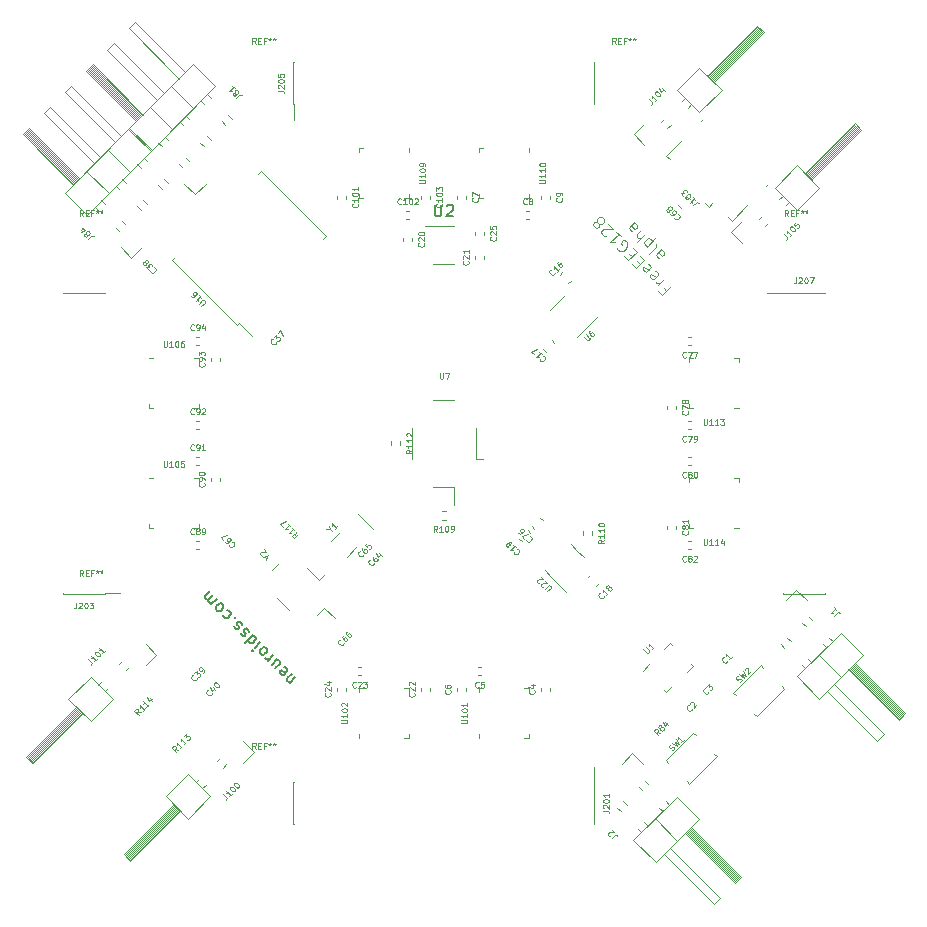
<source format=gbr>
G04 #@! TF.GenerationSoftware,KiCad,Pcbnew,5.99.0-unknown-243631a095~131~ubuntu18.04.1*
G04 #@! TF.CreationDate,2021-09-04T20:13:22+03:00*
G04 #@! TF.ProjectId,FreeEEG128-alpha,46726565-4545-4473-9132-382d616c7068,rev?*
G04 #@! TF.SameCoordinates,Original*
G04 #@! TF.FileFunction,Legend,Top*
G04 #@! TF.FilePolarity,Positive*
%FSLAX46Y46*%
G04 Gerber Fmt 4.6, Leading zero omitted, Abs format (unit mm)*
G04 Created by KiCad (PCBNEW 5.99.0-unknown-243631a095~131~ubuntu18.04.1) date 2021-09-04 20:13:22*
%MOMM*%
%LPD*%
G01*
G04 APERTURE LIST*
%ADD10C,0.125000*%
%ADD11C,0.150000*%
%ADD12C,0.075000*%
%ADD13C,0.120000*%
G04 APERTURE END LIST*
D10*
X18617683Y13162859D02*
X18853385Y12927157D01*
X19223774Y13297546D02*
X18516667Y12590439D01*
X18179950Y12927157D01*
X18617683Y13903638D02*
X18146278Y13432233D01*
X18280965Y13566920D02*
X18179950Y13533248D01*
X18112606Y13533248D01*
X18011591Y13566920D01*
X17944248Y13634264D01*
X17876904Y14577073D02*
X17977919Y14543401D01*
X18112606Y14408714D01*
X18146278Y14307699D01*
X18112606Y14206683D01*
X17843232Y13937309D01*
X17742217Y13903638D01*
X17641202Y13937309D01*
X17506515Y14071996D01*
X17472843Y14173012D01*
X17506515Y14274027D01*
X17573858Y14341370D01*
X17977919Y14071996D01*
X17270813Y15183164D02*
X17371828Y15149492D01*
X17506515Y15014805D01*
X17540187Y14913790D01*
X17506515Y14812775D01*
X17237141Y14543401D01*
X17136126Y14509729D01*
X17035110Y14543401D01*
X16900423Y14678088D01*
X16866752Y14779103D01*
X16900423Y14880118D01*
X16967767Y14947462D01*
X17371828Y14678088D01*
X16597378Y15183164D02*
X16361675Y15418866D01*
X16631049Y15890271D02*
X16967767Y15553553D01*
X16260660Y14846447D01*
X15923943Y15183164D01*
X15957614Y15822927D02*
X15721912Y16058630D01*
X15991286Y16530034D02*
X16328004Y16193317D01*
X15620897Y15486210D01*
X15284179Y15822927D01*
X14644416Y16530034D02*
X14678088Y16429019D01*
X14779103Y16328004D01*
X14913790Y16260660D01*
X15048477Y16260660D01*
X15149492Y16294332D01*
X15317851Y16395347D01*
X15418866Y16496362D01*
X15519882Y16664721D01*
X15553553Y16765736D01*
X15553553Y16900423D01*
X15486210Y17035110D01*
X15418866Y17102454D01*
X15284179Y17169797D01*
X15216836Y17169797D01*
X14981134Y16934095D01*
X15115821Y16799408D01*
X14610744Y17910576D02*
X15014805Y17506515D01*
X14812775Y17708545D02*
X14105668Y17001439D01*
X14274027Y17035110D01*
X14408714Y17035110D01*
X14509729Y17001439D01*
X13701607Y17540187D02*
X13634264Y17540187D01*
X13533248Y17573858D01*
X13364890Y17742217D01*
X13331218Y17843232D01*
X13331218Y17910576D01*
X13364890Y18011591D01*
X13432233Y18078935D01*
X13566920Y18146278D01*
X14375042Y18146278D01*
X13937309Y18584011D01*
X13129187Y18584011D02*
X13162859Y18482996D01*
X13162859Y18415652D01*
X13129187Y18314637D01*
X13095515Y18280965D01*
X12994500Y18247293D01*
X12927157Y18247293D01*
X12826141Y18280965D01*
X12691454Y18415652D01*
X12657783Y18516667D01*
X12657783Y18584011D01*
X12691454Y18685026D01*
X12725126Y18718698D01*
X12826141Y18752370D01*
X12893485Y18752370D01*
X12994500Y18718698D01*
X13129187Y18584011D01*
X13230203Y18550339D01*
X13297546Y18550339D01*
X13398561Y18584011D01*
X13533248Y18718698D01*
X13566920Y18819713D01*
X13566920Y18887057D01*
X13533248Y18988072D01*
X13398561Y19122759D01*
X13297546Y19156431D01*
X13230203Y19156431D01*
X13129187Y19122759D01*
X12994500Y18988072D01*
X12960828Y18887057D01*
X12960828Y18819713D01*
X12994500Y18718698D01*
X18392419Y16405785D02*
X18022030Y16035396D01*
X17988358Y15934381D01*
X18022030Y15833366D01*
X18156717Y15698679D01*
X18257732Y15665007D01*
X18358747Y16372114D02*
X18459762Y16338442D01*
X18628121Y16170083D01*
X18661793Y16069068D01*
X18628121Y15968053D01*
X18560778Y15900709D01*
X18459762Y15867037D01*
X18358747Y15900709D01*
X18190388Y16069068D01*
X18089373Y16102740D01*
X17954686Y16843518D02*
X17988358Y16742503D01*
X17954686Y16641488D01*
X17348595Y16035396D01*
X17213908Y16641488D02*
X17921014Y17348595D01*
X17247579Y16675159D02*
X17146564Y16708831D01*
X17011877Y16843518D01*
X16978205Y16944533D01*
X16978205Y17011877D01*
X17011877Y17112892D01*
X17213908Y17314923D01*
X17314923Y17348595D01*
X17382266Y17348595D01*
X17483282Y17314923D01*
X17617969Y17180236D01*
X17651640Y17079221D01*
X17045549Y17752656D02*
X16338442Y17045549D01*
X16742503Y18055701D02*
X16372114Y17685312D01*
X16338442Y17584297D01*
X16372114Y17483282D01*
X16473129Y17382266D01*
X16574144Y17348595D01*
X16641488Y17348595D01*
X16102740Y18695465D02*
X15732350Y18325075D01*
X15698679Y18224060D01*
X15732350Y18123045D01*
X15867037Y17988358D01*
X15968053Y17954686D01*
X16069068Y18661793D02*
X16170083Y18628121D01*
X16338442Y18459762D01*
X16372114Y18358747D01*
X16338442Y18257732D01*
X16271098Y18190388D01*
X16170083Y18156717D01*
X16069068Y18190388D01*
X15900709Y18358747D01*
X15799694Y18392419D01*
D11*
X-13024973Y-20293300D02*
X-12553569Y-19821895D01*
X-12957630Y-20225956D02*
X-13024973Y-20225956D01*
X-13125988Y-20192284D01*
X-13227004Y-20091269D01*
X-13260675Y-19990254D01*
X-13227004Y-19889239D01*
X-12856614Y-19518849D01*
X-13496378Y-18946429D02*
X-13395362Y-18980101D01*
X-13260675Y-19114788D01*
X-13227004Y-19215803D01*
X-13260675Y-19316819D01*
X-13530049Y-19586193D01*
X-13631065Y-19619865D01*
X-13732080Y-19586193D01*
X-13866767Y-19451506D01*
X-13900439Y-19350491D01*
X-13866767Y-19249475D01*
X-13799424Y-19182132D01*
X-13395362Y-19451506D01*
X-14573874Y-18744399D02*
X-14102469Y-18272994D01*
X-14270828Y-19047445D02*
X-13900439Y-18677055D01*
X-13866767Y-18576040D01*
X-13900439Y-18475025D01*
X-14001454Y-18374010D01*
X-14102469Y-18340338D01*
X-14169813Y-18340338D01*
X-14439187Y-17936277D02*
X-14910591Y-18407681D01*
X-14775904Y-18272994D02*
X-14876920Y-18306666D01*
X-14944263Y-18306666D01*
X-15045278Y-18272994D01*
X-15112622Y-18205651D01*
X-14977935Y-17397529D02*
X-14944263Y-17498544D01*
X-14944263Y-17565888D01*
X-14977935Y-17666903D01*
X-15179965Y-17868933D01*
X-15280981Y-17902605D01*
X-15348324Y-17902605D01*
X-15449339Y-17868933D01*
X-15550355Y-17767918D01*
X-15584026Y-17666903D01*
X-15584026Y-17599559D01*
X-15550355Y-17498544D01*
X-15348324Y-17296514D01*
X-15247309Y-17262842D01*
X-15179965Y-17262842D01*
X-15078950Y-17296514D01*
X-14977935Y-17397529D01*
X-15516683Y-16858781D02*
X-15988087Y-17330185D01*
X-16223790Y-17565888D02*
X-16156446Y-17565888D01*
X-16156446Y-17498544D01*
X-16223790Y-17498544D01*
X-16223790Y-17565888D01*
X-16156446Y-17498544D01*
X-16156446Y-16219018D02*
X-16863553Y-16926124D01*
X-16190118Y-16252689D02*
X-16089103Y-16286361D01*
X-15954416Y-16421048D01*
X-15920744Y-16522063D01*
X-15920744Y-16589407D01*
X-15954416Y-16690422D01*
X-16156446Y-16892453D01*
X-16257461Y-16926124D01*
X-16324805Y-16926124D01*
X-16425820Y-16892453D01*
X-16560507Y-16757766D01*
X-16594179Y-16656750D01*
X-16493164Y-15949644D02*
X-16526835Y-15848628D01*
X-16661522Y-15713941D01*
X-16762538Y-15680270D01*
X-16863553Y-15713941D01*
X-16897225Y-15747613D01*
X-16930896Y-15848628D01*
X-16897225Y-15949644D01*
X-16796209Y-16050659D01*
X-16762538Y-16151674D01*
X-16796209Y-16252689D01*
X-16829881Y-16286361D01*
X-16930896Y-16320033D01*
X-17031912Y-16286361D01*
X-17132927Y-16185346D01*
X-17166599Y-16084331D01*
X-17065583Y-15377224D02*
X-17099255Y-15276209D01*
X-17233942Y-15141522D01*
X-17334957Y-15107850D01*
X-17435973Y-15141522D01*
X-17469644Y-15175193D01*
X-17503316Y-15276209D01*
X-17469644Y-15377224D01*
X-17368629Y-15478239D01*
X-17334957Y-15579254D01*
X-17368629Y-15680270D01*
X-17402301Y-15713941D01*
X-17503316Y-15747613D01*
X-17604331Y-15713941D01*
X-17705347Y-15612926D01*
X-17739018Y-15511911D01*
X-17705347Y-14804804D02*
X-17705347Y-14737461D01*
X-17638003Y-14737461D01*
X-17638003Y-14804804D01*
X-17705347Y-14804804D01*
X-17638003Y-14737461D01*
X-18311438Y-14131369D02*
X-18210423Y-14165041D01*
X-18075736Y-14299728D01*
X-18042064Y-14400743D01*
X-18042064Y-14468087D01*
X-18075736Y-14569102D01*
X-18277766Y-14771132D01*
X-18378782Y-14804804D01*
X-18446125Y-14804804D01*
X-18547140Y-14771132D01*
X-18681827Y-14636445D01*
X-18715499Y-14535430D01*
X-18681827Y-13693636D02*
X-18648156Y-13794652D01*
X-18648156Y-13861995D01*
X-18681827Y-13963010D01*
X-18883858Y-14165041D01*
X-18984873Y-14198713D01*
X-19052217Y-14198713D01*
X-19153232Y-14165041D01*
X-19254247Y-14064026D01*
X-19287919Y-13963010D01*
X-19287919Y-13895667D01*
X-19254247Y-13794652D01*
X-19052217Y-13592621D01*
X-18951201Y-13558949D01*
X-18883858Y-13558949D01*
X-18782843Y-13592621D01*
X-18681827Y-13693636D01*
X-19220575Y-13154888D02*
X-19691980Y-13626293D01*
X-19624637Y-13558949D02*
X-19691980Y-13558949D01*
X-19792995Y-13525277D01*
X-19894011Y-13424262D01*
X-19927682Y-13323247D01*
X-19894011Y-13222232D01*
X-19523621Y-12851842D01*
X-19894011Y-13222232D02*
X-19995026Y-13255903D01*
X-20096041Y-13222232D01*
X-20197056Y-13121216D01*
X-20230728Y-13020201D01*
X-20197056Y-12919186D01*
X-19826667Y-12548797D01*
D12*
X16895882Y-17442092D02*
X17182092Y-17728302D01*
X17232599Y-17745138D01*
X17266271Y-17745138D01*
X17316779Y-17728302D01*
X17384122Y-17660958D01*
X17400958Y-17610451D01*
X17400958Y-17576779D01*
X17384122Y-17526271D01*
X17097912Y-17240061D01*
X17805019Y-17240061D02*
X17602989Y-17442092D01*
X17704004Y-17341077D02*
X17350451Y-16987523D01*
X17367286Y-17071703D01*
X17367286Y-17139046D01*
X17350451Y-17189554D01*
X-24538446Y14884984D02*
X-24504774Y14884984D01*
X-24437431Y14851312D01*
X-24403759Y14817641D01*
X-24370087Y14750297D01*
X-24370087Y14682954D01*
X-24386923Y14632446D01*
X-24437431Y14548267D01*
X-24487938Y14497759D01*
X-24572118Y14447251D01*
X-24622625Y14430416D01*
X-24689969Y14430416D01*
X-24757312Y14464087D01*
X-24790984Y14497759D01*
X-24824656Y14565103D01*
X-24824656Y14598774D01*
X-24976179Y14682954D02*
X-25195045Y14901820D01*
X-24942507Y14918656D01*
X-24993015Y14969164D01*
X-25009851Y15019671D01*
X-25009851Y15053343D01*
X-24993015Y15103851D01*
X-24908835Y15188030D01*
X-24858328Y15204866D01*
X-24824656Y15204866D01*
X-24774148Y15188030D01*
X-24673133Y15087015D01*
X-24656297Y15036507D01*
X-24656297Y15002835D01*
X-25245553Y15255374D02*
X-25228717Y15204866D01*
X-25228717Y15171194D01*
X-25245553Y15120687D01*
X-25262389Y15103851D01*
X-25312896Y15087015D01*
X-25346568Y15087015D01*
X-25397076Y15103851D01*
X-25464419Y15171194D01*
X-25481255Y15221702D01*
X-25481255Y15255374D01*
X-25464419Y15305881D01*
X-25447583Y15322717D01*
X-25397076Y15339553D01*
X-25363404Y15339553D01*
X-25312896Y15322717D01*
X-25245553Y15255374D01*
X-25195045Y15238538D01*
X-25161374Y15238538D01*
X-25110866Y15255374D01*
X-25043522Y15322717D01*
X-25026687Y15373225D01*
X-25026687Y15406896D01*
X-25043522Y15457404D01*
X-25110866Y15524748D01*
X-25161374Y15541583D01*
X-25195045Y15541583D01*
X-25245553Y15524748D01*
X-25312896Y15457404D01*
X-25329732Y15406896D01*
X-25329732Y15373225D01*
X-25312896Y15322717D01*
X-8483015Y-16914353D02*
X-8483015Y-16948025D01*
X-8516687Y-17015368D01*
X-8550358Y-17049040D01*
X-8617702Y-17082712D01*
X-8685045Y-17082712D01*
X-8735553Y-17065876D01*
X-8819732Y-17015368D01*
X-8870240Y-16964861D01*
X-8920748Y-16880681D01*
X-8937583Y-16830174D01*
X-8937583Y-16762830D01*
X-8903912Y-16695487D01*
X-8870240Y-16661815D01*
X-8802896Y-16628143D01*
X-8769225Y-16628143D01*
X-8499851Y-16291425D02*
X-8567194Y-16358769D01*
X-8584030Y-16409277D01*
X-8584030Y-16442948D01*
X-8567194Y-16527128D01*
X-8516687Y-16611307D01*
X-8382000Y-16745994D01*
X-8331492Y-16762830D01*
X-8297820Y-16762830D01*
X-8247312Y-16745994D01*
X-8179969Y-16678651D01*
X-8163133Y-16628143D01*
X-8163133Y-16594471D01*
X-8179969Y-16543964D01*
X-8264148Y-16459784D01*
X-8314656Y-16442948D01*
X-8348328Y-16442948D01*
X-8398835Y-16459784D01*
X-8466179Y-16527128D01*
X-8483015Y-16577635D01*
X-8483015Y-16611307D01*
X-8466179Y-16661815D01*
X-8163133Y-15954708D02*
X-8230477Y-16022051D01*
X-8247312Y-16072559D01*
X-8247312Y-16106231D01*
X-8230477Y-16190410D01*
X-8179969Y-16274590D01*
X-8045282Y-16409277D01*
X-7994774Y-16426112D01*
X-7961103Y-16426112D01*
X-7910595Y-16409277D01*
X-7843251Y-16341933D01*
X-7826416Y-16291425D01*
X-7826416Y-16257754D01*
X-7843251Y-16207246D01*
X-7927431Y-16123067D01*
X-7977938Y-16106231D01*
X-8011610Y-16106231D01*
X-8062118Y-16123067D01*
X-8129461Y-16190410D01*
X-8146297Y-16240918D01*
X-8146297Y-16274590D01*
X-8129461Y-16325097D01*
X9384832Y14421729D02*
X9384832Y14388057D01*
X9351160Y14320714D01*
X9317489Y14287042D01*
X9250145Y14253370D01*
X9182802Y14253370D01*
X9132294Y14270206D01*
X9048115Y14320714D01*
X8997607Y14371221D01*
X8947099Y14455401D01*
X8930264Y14505908D01*
X8930264Y14573252D01*
X8963935Y14640595D01*
X8997607Y14674267D01*
X9064951Y14707939D01*
X9098622Y14707939D01*
X9755222Y14724775D02*
X9553191Y14522744D01*
X9654206Y14623760D02*
X9300653Y14977313D01*
X9317489Y14893134D01*
X9317489Y14825790D01*
X9300653Y14775283D01*
X9704714Y15381374D02*
X9637370Y15314031D01*
X9620535Y15263523D01*
X9620535Y15229851D01*
X9637370Y15145672D01*
X9687878Y15061492D01*
X9822565Y14926805D01*
X9873073Y14909970D01*
X9906744Y14909970D01*
X9957252Y14926805D01*
X10024596Y14994149D01*
X10041431Y15044657D01*
X10041431Y15078328D01*
X10024596Y15128836D01*
X9940416Y15213015D01*
X9889909Y15229851D01*
X9856237Y15229851D01*
X9805729Y15213015D01*
X9738386Y15145672D01*
X9721550Y15095164D01*
X9721550Y15061492D01*
X9738386Y15010985D01*
X18347656Y-24517225D02*
X18061446Y-24466717D01*
X18145625Y-24719255D02*
X17792072Y-24365702D01*
X17926759Y-24231015D01*
X17977267Y-24214179D01*
X18010938Y-24214179D01*
X18061446Y-24231015D01*
X18111954Y-24281522D01*
X18128790Y-24332030D01*
X18128790Y-24365702D01*
X18111954Y-24416209D01*
X17977267Y-24550896D01*
X18347656Y-24113164D02*
X18297148Y-24130000D01*
X18263477Y-24130000D01*
X18212969Y-24113164D01*
X18196133Y-24096328D01*
X18179297Y-24045820D01*
X18179297Y-24012148D01*
X18196133Y-23961641D01*
X18263477Y-23894297D01*
X18313984Y-23877461D01*
X18347656Y-23877461D01*
X18398164Y-23894297D01*
X18415000Y-23911133D01*
X18431835Y-23961641D01*
X18431835Y-23995312D01*
X18415000Y-24045820D01*
X18347656Y-24113164D01*
X18330820Y-24163671D01*
X18330820Y-24197343D01*
X18347656Y-24247851D01*
X18415000Y-24315194D01*
X18465507Y-24332030D01*
X18499179Y-24332030D01*
X18549687Y-24315194D01*
X18617030Y-24247851D01*
X18633866Y-24197343D01*
X18633866Y-24163671D01*
X18617030Y-24113164D01*
X18549687Y-24045820D01*
X18499179Y-24028984D01*
X18465507Y-24028984D01*
X18415000Y-24045820D01*
X18751717Y-23641759D02*
X18987419Y-23877461D01*
X18532851Y-23591251D02*
X18701209Y-23927969D01*
X18920076Y-23709103D01*
X-22460702Y-25955583D02*
X-22746912Y-25905076D01*
X-22662732Y-26157614D02*
X-23016286Y-25804061D01*
X-22881599Y-25669374D01*
X-22831091Y-25652538D01*
X-22797419Y-25652538D01*
X-22746912Y-25669374D01*
X-22696404Y-25719881D01*
X-22679568Y-25770389D01*
X-22679568Y-25804061D01*
X-22696404Y-25854568D01*
X-22831091Y-25989255D01*
X-22123984Y-25618866D02*
X-22326015Y-25820896D01*
X-22224999Y-25719881D02*
X-22578553Y-25366328D01*
X-22561717Y-25450507D01*
X-22561717Y-25517851D01*
X-22578553Y-25568358D01*
X-21787267Y-25282148D02*
X-21989297Y-25484179D01*
X-21888282Y-25383164D02*
X-22241835Y-25029610D01*
X-22224999Y-25113790D01*
X-22224999Y-25181133D01*
X-22241835Y-25231641D01*
X-22022969Y-24810744D02*
X-21804103Y-24591877D01*
X-21787267Y-24844416D01*
X-21736759Y-24793908D01*
X-21686251Y-24777072D01*
X-21652580Y-24777072D01*
X-21602072Y-24793908D01*
X-21517893Y-24878087D01*
X-21501057Y-24928595D01*
X-21501057Y-24962267D01*
X-21517893Y-25012774D01*
X-21618908Y-25113790D01*
X-21669416Y-25130625D01*
X-21703087Y-25130625D01*
X17349716Y29166941D02*
X17602254Y28914403D01*
X17635926Y28847060D01*
X17635926Y28779716D01*
X17602254Y28712373D01*
X17568583Y28678701D01*
X18056823Y29166941D02*
X17854793Y28964911D01*
X17955808Y29065926D02*
X17602254Y29419480D01*
X17619090Y29335300D01*
X17619090Y29267957D01*
X17602254Y29217449D01*
X17922136Y29739361D02*
X17955808Y29773033D01*
X18006315Y29789869D01*
X18039987Y29789869D01*
X18090495Y29773033D01*
X18174674Y29722525D01*
X18258854Y29638346D01*
X18309361Y29554167D01*
X18326197Y29503659D01*
X18326197Y29469987D01*
X18309361Y29419480D01*
X18275689Y29385808D01*
X18225182Y29368972D01*
X18191510Y29368972D01*
X18141002Y29385808D01*
X18056823Y29436315D01*
X17972644Y29520495D01*
X17922136Y29604674D01*
X17905300Y29655182D01*
X17905300Y29688854D01*
X17922136Y29739361D01*
X18460884Y30042407D02*
X18696586Y29806705D01*
X18242018Y30092915D02*
X18410376Y29756197D01*
X18629243Y29975063D01*
X-20929015Y-19911553D02*
X-20929015Y-19945225D01*
X-20962687Y-20012568D01*
X-20996358Y-20046240D01*
X-21063702Y-20079912D01*
X-21131045Y-20079912D01*
X-21181553Y-20063076D01*
X-21265732Y-20012568D01*
X-21316240Y-19962061D01*
X-21366748Y-19877881D01*
X-21383583Y-19827374D01*
X-21383583Y-19760030D01*
X-21349912Y-19692687D01*
X-21316240Y-19659015D01*
X-21248896Y-19625343D01*
X-21215225Y-19625343D01*
X-21131045Y-19473820D02*
X-20912179Y-19254954D01*
X-20895343Y-19507492D01*
X-20844835Y-19456984D01*
X-20794328Y-19440148D01*
X-20760656Y-19440148D01*
X-20710148Y-19456984D01*
X-20625969Y-19541164D01*
X-20609133Y-19591671D01*
X-20609133Y-19625343D01*
X-20625969Y-19675851D01*
X-20726984Y-19776866D01*
X-20777492Y-19793702D01*
X-20811164Y-19793702D01*
X-20390267Y-19440148D02*
X-20322923Y-19372805D01*
X-20306087Y-19322297D01*
X-20306087Y-19288625D01*
X-20322923Y-19204446D01*
X-20373431Y-19120267D01*
X-20508118Y-18985580D01*
X-20558625Y-18968744D01*
X-20592297Y-18968744D01*
X-20642805Y-18985580D01*
X-20710148Y-19052923D01*
X-20726984Y-19103431D01*
X-20726984Y-19137103D01*
X-20710148Y-19187610D01*
X-20625969Y-19271790D01*
X-20575461Y-19288625D01*
X-20541790Y-19288625D01*
X-20491282Y-19271790D01*
X-20423938Y-19204446D01*
X-20407103Y-19153938D01*
X-20407103Y-19120267D01*
X-20423938Y-19069759D01*
X-5917615Y-10157953D02*
X-5917615Y-10191625D01*
X-5951287Y-10258968D01*
X-5984958Y-10292640D01*
X-6052302Y-10326312D01*
X-6119645Y-10326312D01*
X-6170153Y-10309476D01*
X-6254332Y-10258968D01*
X-6304840Y-10208461D01*
X-6355348Y-10124281D01*
X-6372183Y-10073774D01*
X-6372183Y-10006430D01*
X-6338512Y-9939087D01*
X-6304840Y-9905415D01*
X-6237496Y-9871743D01*
X-6203825Y-9871743D01*
X-5934451Y-9535025D02*
X-6001794Y-9602369D01*
X-6018630Y-9652877D01*
X-6018630Y-9686548D01*
X-6001794Y-9770728D01*
X-5951287Y-9854907D01*
X-5816600Y-9989594D01*
X-5766092Y-10006430D01*
X-5732420Y-10006430D01*
X-5681912Y-9989594D01*
X-5614569Y-9922251D01*
X-5597733Y-9871743D01*
X-5597733Y-9838071D01*
X-5614569Y-9787564D01*
X-5698748Y-9703384D01*
X-5749256Y-9686548D01*
X-5782928Y-9686548D01*
X-5833435Y-9703384D01*
X-5900779Y-9770728D01*
X-5917615Y-9821235D01*
X-5917615Y-9854907D01*
X-5900779Y-9905415D01*
X-5479882Y-9316159D02*
X-5244180Y-9551861D01*
X-5698748Y-9265651D02*
X-5530390Y-9602369D01*
X-5311523Y-9383503D01*
X11856013Y9017438D02*
X12142223Y8731228D01*
X12192730Y8714392D01*
X12226402Y8714392D01*
X12276910Y8731228D01*
X12344253Y8798572D01*
X12361089Y8849079D01*
X12361089Y8882751D01*
X12344253Y8933259D01*
X12058043Y9219469D01*
X12377925Y9539350D02*
X12310582Y9472007D01*
X12293746Y9421499D01*
X12293746Y9387827D01*
X12310582Y9303648D01*
X12361089Y9219469D01*
X12495776Y9084782D01*
X12546284Y9067946D01*
X12579956Y9067946D01*
X12630463Y9084782D01*
X12697807Y9152125D01*
X12714643Y9202633D01*
X12714643Y9236304D01*
X12697807Y9286812D01*
X12613627Y9370991D01*
X12563120Y9387827D01*
X12529448Y9387827D01*
X12478940Y9370991D01*
X12411597Y9303648D01*
X12394761Y9253140D01*
X12394761Y9219469D01*
X12411597Y9168961D01*
X24005028Y-18396994D02*
X24005028Y-18430666D01*
X23971356Y-18498009D01*
X23937685Y-18531681D01*
X23870341Y-18565353D01*
X23802997Y-18565353D01*
X23752490Y-18548517D01*
X23668310Y-18498009D01*
X23617803Y-18447502D01*
X23567295Y-18363322D01*
X23550459Y-18312815D01*
X23550459Y-18245471D01*
X23584131Y-18178128D01*
X23617803Y-18144456D01*
X23685146Y-18110784D01*
X23718818Y-18110784D01*
X24375417Y-18093948D02*
X24173387Y-18295979D01*
X24274402Y-18194964D02*
X23920849Y-17841410D01*
X23937685Y-17925590D01*
X23937685Y-17992933D01*
X23920849Y-18043441D01*
X-14987840Y-9577193D02*
X-14819481Y-9408834D01*
X-15055183Y-9880239D02*
X-14987840Y-9577193D01*
X-15290885Y-9644537D01*
X-15358229Y-9509850D02*
X-15391901Y-9509850D01*
X-15442408Y-9493014D01*
X-15526588Y-9408834D01*
X-15543424Y-9358327D01*
X-15543424Y-9324655D01*
X-15526588Y-9274147D01*
X-15492916Y-9240476D01*
X-15425572Y-9206804D01*
X-15021511Y-9206804D01*
X-15240378Y-8987938D01*
X-17883646Y-8330615D02*
X-17849974Y-8330615D01*
X-17782631Y-8364287D01*
X-17748959Y-8397958D01*
X-17715287Y-8465302D01*
X-17715287Y-8532645D01*
X-17732123Y-8583153D01*
X-17782631Y-8667332D01*
X-17833138Y-8717840D01*
X-17917318Y-8768348D01*
X-17967825Y-8785183D01*
X-18035169Y-8785183D01*
X-18102512Y-8751512D01*
X-18136184Y-8717840D01*
X-18169856Y-8650496D01*
X-18169856Y-8616825D01*
X-18506574Y-8347451D02*
X-18439230Y-8414794D01*
X-18388722Y-8431630D01*
X-18355051Y-8431630D01*
X-18270871Y-8414794D01*
X-18186692Y-8364287D01*
X-18052005Y-8229600D01*
X-18035169Y-8179092D01*
X-18035169Y-8145420D01*
X-18052005Y-8094912D01*
X-18119348Y-8027569D01*
X-18169856Y-8010733D01*
X-18203528Y-8010733D01*
X-18254035Y-8027569D01*
X-18338215Y-8111748D01*
X-18355051Y-8162256D01*
X-18355051Y-8195928D01*
X-18338215Y-8246435D01*
X-18270871Y-8313779D01*
X-18220364Y-8330615D01*
X-18186692Y-8330615D01*
X-18136184Y-8313779D01*
X-18658096Y-8195928D02*
X-18893799Y-7960225D01*
X-18388722Y-7758195D01*
X19800927Y19397158D02*
X19834599Y19397158D01*
X19901942Y19363486D01*
X19935614Y19329815D01*
X19969286Y19262471D01*
X19969286Y19195128D01*
X19952450Y19144620D01*
X19901942Y19060441D01*
X19851435Y19009933D01*
X19767255Y18959425D01*
X19716748Y18942590D01*
X19649404Y18942590D01*
X19582061Y18976261D01*
X19548389Y19009933D01*
X19514717Y19077277D01*
X19514717Y19110948D01*
X19177999Y19380322D02*
X19245343Y19312979D01*
X19295851Y19296143D01*
X19329522Y19296143D01*
X19413702Y19312979D01*
X19497881Y19363486D01*
X19632568Y19498174D01*
X19649404Y19548681D01*
X19649404Y19582353D01*
X19632568Y19632861D01*
X19565225Y19700204D01*
X19514717Y19717040D01*
X19481045Y19717040D01*
X19430538Y19700204D01*
X19346358Y19616025D01*
X19329522Y19565517D01*
X19329522Y19531845D01*
X19346358Y19481338D01*
X19413702Y19413994D01*
X19464209Y19397158D01*
X19497881Y19397158D01*
X19548389Y19413994D01*
X19093820Y19767548D02*
X19110656Y19717040D01*
X19110656Y19683368D01*
X19093820Y19632861D01*
X19076984Y19616025D01*
X19026477Y19599189D01*
X18992805Y19599189D01*
X18942297Y19616025D01*
X18874954Y19683368D01*
X18858118Y19733876D01*
X18858118Y19767548D01*
X18874954Y19818055D01*
X18891790Y19834891D01*
X18942297Y19851727D01*
X18975969Y19851727D01*
X19026477Y19834891D01*
X19093820Y19767548D01*
X19144328Y19750712D01*
X19177999Y19750712D01*
X19228507Y19767548D01*
X19295851Y19834891D01*
X19312686Y19885399D01*
X19312686Y19919070D01*
X19295851Y19969578D01*
X19228507Y20036922D01*
X19177999Y20053757D01*
X19144328Y20053757D01*
X19093820Y20036922D01*
X19026477Y19969578D01*
X19009641Y19919070D01*
X19009641Y19885399D01*
X19026477Y19834891D01*
X21088956Y20129018D02*
X21341494Y20381556D01*
X21408837Y20415228D01*
X21476181Y20415228D01*
X21543524Y20381556D01*
X21577196Y20347885D01*
X21088956Y20836125D02*
X21290986Y20634095D01*
X21189971Y20735110D02*
X20836417Y20381556D01*
X20920597Y20398392D01*
X20987940Y20398392D01*
X21038448Y20381556D01*
X20516536Y20701438D02*
X20482864Y20735110D01*
X20466028Y20785617D01*
X20466028Y20819289D01*
X20482864Y20869797D01*
X20533372Y20953976D01*
X20617551Y21038156D01*
X20701730Y21088663D01*
X20752238Y21105499D01*
X20785910Y21105499D01*
X20836417Y21088663D01*
X20870089Y21054991D01*
X20886925Y21004484D01*
X20886925Y20970812D01*
X20870089Y20920304D01*
X20819582Y20836125D01*
X20735402Y20751946D01*
X20651223Y20701438D01*
X20600715Y20684602D01*
X20567043Y20684602D01*
X20516536Y20701438D01*
X20280834Y20937140D02*
X20061967Y21156007D01*
X20314505Y21172843D01*
X20263998Y21223350D01*
X20247162Y21273858D01*
X20247162Y21307530D01*
X20263998Y21358037D01*
X20348177Y21442217D01*
X20398685Y21459052D01*
X20432356Y21459052D01*
X20482864Y21442217D01*
X20583879Y21341201D01*
X20600715Y21290694D01*
X20600715Y21257022D01*
X28779716Y17736941D02*
X29032254Y17484403D01*
X29065926Y17417060D01*
X29065926Y17349716D01*
X29032254Y17282373D01*
X28998583Y17248701D01*
X29486823Y17736941D02*
X29284793Y17534911D01*
X29385808Y17635926D02*
X29032254Y17989480D01*
X29049090Y17905300D01*
X29049090Y17837957D01*
X29032254Y17787449D01*
X29352136Y18309361D02*
X29385808Y18343033D01*
X29436315Y18359869D01*
X29469987Y18359869D01*
X29520495Y18343033D01*
X29604674Y18292525D01*
X29688854Y18208346D01*
X29739361Y18124167D01*
X29756197Y18073659D01*
X29756197Y18039987D01*
X29739361Y17989480D01*
X29705689Y17955808D01*
X29655182Y17938972D01*
X29621510Y17938972D01*
X29571002Y17955808D01*
X29486823Y18006315D01*
X29402644Y18090495D01*
X29352136Y18174674D01*
X29335300Y18225182D01*
X29335300Y18258854D01*
X29352136Y18309361D01*
X29789869Y18747094D02*
X29621510Y18578735D01*
X29773033Y18393541D01*
X29773033Y18427212D01*
X29789869Y18477720D01*
X29874048Y18561899D01*
X29924556Y18578735D01*
X29958228Y18578735D01*
X30008735Y18561899D01*
X30092915Y18477720D01*
X30109750Y18427212D01*
X30109750Y18393541D01*
X30092915Y18343033D01*
X30008735Y18258854D01*
X29958228Y18242018D01*
X29924556Y18242018D01*
X19356700Y-26014509D02*
X19424043Y-25980837D01*
X19508223Y-25896658D01*
X19525059Y-25846150D01*
X19525059Y-25812478D01*
X19508223Y-25761971D01*
X19474551Y-25728299D01*
X19424043Y-25711463D01*
X19390372Y-25711463D01*
X19339864Y-25728299D01*
X19255685Y-25778807D01*
X19205177Y-25795643D01*
X19171505Y-25795643D01*
X19120998Y-25778807D01*
X19087326Y-25745135D01*
X19070490Y-25694627D01*
X19070490Y-25660956D01*
X19087326Y-25610448D01*
X19171505Y-25526269D01*
X19238849Y-25492597D01*
X19339864Y-25357910D02*
X19777597Y-25627284D01*
X19592402Y-25307402D01*
X19912284Y-25492597D01*
X19642910Y-25054864D01*
X20316345Y-25088536D02*
X20114314Y-25290566D01*
X20215330Y-25189551D02*
X19861776Y-24835998D01*
X19878612Y-24920177D01*
X19878612Y-24987521D01*
X19861776Y-25038028D01*
X-9625576Y-7297340D02*
X-9457217Y-7465699D01*
X-9928622Y-7229997D02*
X-9625576Y-7297340D01*
X-9692920Y-6994295D01*
X-9036321Y-7044802D02*
X-9238351Y-7246833D01*
X-9137336Y-7145817D02*
X-9490889Y-6792264D01*
X-9474053Y-6876443D01*
X-9474053Y-6943787D01*
X-9490889Y-6994295D01*
X-18646079Y-29688854D02*
X-18393541Y-29941392D01*
X-18359869Y-30008735D01*
X-18359869Y-30076079D01*
X-18393541Y-30143422D01*
X-18427212Y-30177094D01*
X-17938972Y-29688854D02*
X-18141002Y-29890884D01*
X-18039987Y-29789869D02*
X-18393541Y-29436315D01*
X-18376705Y-29520495D01*
X-18376705Y-29587838D01*
X-18393541Y-29638346D01*
X-18073659Y-29116434D02*
X-18039987Y-29082762D01*
X-17989480Y-29065926D01*
X-17955808Y-29065926D01*
X-17905300Y-29082762D01*
X-17821121Y-29133270D01*
X-17736941Y-29217449D01*
X-17686434Y-29301628D01*
X-17669598Y-29352136D01*
X-17669598Y-29385808D01*
X-17686434Y-29436315D01*
X-17720106Y-29469987D01*
X-17770613Y-29486823D01*
X-17804285Y-29486823D01*
X-17854793Y-29469987D01*
X-17938972Y-29419480D01*
X-18023151Y-29335300D01*
X-18073659Y-29251121D01*
X-18090495Y-29200613D01*
X-18090495Y-29166941D01*
X-18073659Y-29116434D01*
X-17736941Y-28779716D02*
X-17703270Y-28746045D01*
X-17652762Y-28729209D01*
X-17619090Y-28729209D01*
X-17568583Y-28746045D01*
X-17484403Y-28796552D01*
X-17400224Y-28880732D01*
X-17349716Y-28964911D01*
X-17332880Y-29015419D01*
X-17332880Y-29049090D01*
X-17349716Y-29099598D01*
X-17383388Y-29133270D01*
X-17433896Y-29150106D01*
X-17467567Y-29150106D01*
X-17518075Y-29133270D01*
X-17602254Y-29082762D01*
X-17686434Y-28998583D01*
X-17736941Y-28914403D01*
X-17753777Y-28863896D01*
X-17753777Y-28830224D01*
X-17736941Y-28779716D01*
X-338863Y5974656D02*
X-338863Y5569894D01*
X-315053Y5522275D01*
X-291244Y5498466D01*
X-243625Y5474656D01*
X-148387Y5474656D01*
X-100768Y5498466D01*
X-76958Y5522275D01*
X-53149Y5569894D01*
X-53149Y5974656D01*
X137327Y5974656D02*
X470660Y5974656D01*
X256374Y5474656D01*
X-19659015Y-21181553D02*
X-19659015Y-21215225D01*
X-19692687Y-21282568D01*
X-19726358Y-21316240D01*
X-19793702Y-21349912D01*
X-19861045Y-21349912D01*
X-19911553Y-21333076D01*
X-19995732Y-21282568D01*
X-20046240Y-21232061D01*
X-20096748Y-21147881D01*
X-20113583Y-21097374D01*
X-20113583Y-21030030D01*
X-20079912Y-20962687D01*
X-20046240Y-20929015D01*
X-19978896Y-20895343D01*
X-19945225Y-20895343D01*
X-19558000Y-20676477D02*
X-19322297Y-20912179D01*
X-19776866Y-20625969D02*
X-19608507Y-20962687D01*
X-19389641Y-20743820D01*
X-19423312Y-20306087D02*
X-19389641Y-20272416D01*
X-19339133Y-20255580D01*
X-19305461Y-20255580D01*
X-19254954Y-20272416D01*
X-19170774Y-20322923D01*
X-19086595Y-20407103D01*
X-19036087Y-20491282D01*
X-19019251Y-20541790D01*
X-19019251Y-20575461D01*
X-19036087Y-20625969D01*
X-19069759Y-20659641D01*
X-19120267Y-20676477D01*
X-19153938Y-20676477D01*
X-19204446Y-20659641D01*
X-19288625Y-20609133D01*
X-19372805Y-20524954D01*
X-19423312Y-20440774D01*
X-19440148Y-20390267D01*
X-19440148Y-20356595D01*
X-19423312Y-20306087D01*
X21022343Y-22486394D02*
X21022343Y-22520066D01*
X20988671Y-22587409D01*
X20955000Y-22621081D01*
X20887656Y-22654753D01*
X20820312Y-22654753D01*
X20769805Y-22637917D01*
X20685625Y-22587409D01*
X20635118Y-22536902D01*
X20584610Y-22452722D01*
X20567774Y-22402215D01*
X20567774Y-22334871D01*
X20601446Y-22267528D01*
X20635118Y-22233856D01*
X20702461Y-22200184D01*
X20736133Y-22200184D01*
X20870820Y-22065497D02*
X20870820Y-22031825D01*
X20887656Y-21981318D01*
X20971835Y-21897138D01*
X21022343Y-21880303D01*
X21056015Y-21880303D01*
X21106522Y-21897138D01*
X21140194Y-21930810D01*
X21173866Y-21998154D01*
X21173866Y-22402215D01*
X21392732Y-22183348D01*
X-6806616Y-9421353D02*
X-6806616Y-9455025D01*
X-6840288Y-9522368D01*
X-6873959Y-9556040D01*
X-6941303Y-9589712D01*
X-7008646Y-9589712D01*
X-7059154Y-9572876D01*
X-7143333Y-9522368D01*
X-7193841Y-9471861D01*
X-7244349Y-9387681D01*
X-7261184Y-9337174D01*
X-7261184Y-9269830D01*
X-7227513Y-9202487D01*
X-7193841Y-9168815D01*
X-7126497Y-9135143D01*
X-7092826Y-9135143D01*
X-6823452Y-8798425D02*
X-6890795Y-8865769D01*
X-6907631Y-8916277D01*
X-6907631Y-8949948D01*
X-6890795Y-9034128D01*
X-6840288Y-9118307D01*
X-6705601Y-9252994D01*
X-6655093Y-9269830D01*
X-6621421Y-9269830D01*
X-6570913Y-9252994D01*
X-6503570Y-9185651D01*
X-6486734Y-9135143D01*
X-6486734Y-9101471D01*
X-6503570Y-9050964D01*
X-6587749Y-8966784D01*
X-6638257Y-8949948D01*
X-6671929Y-8949948D01*
X-6722436Y-8966784D01*
X-6789780Y-9034128D01*
X-6806616Y-9084635D01*
X-6806616Y-9118307D01*
X-6789780Y-9168815D01*
X-6469898Y-8444872D02*
X-6638257Y-8613231D01*
X-6486734Y-8798425D01*
X-6486734Y-8764754D01*
X-6469898Y-8714246D01*
X-6385719Y-8630067D01*
X-6335211Y-8613231D01*
X-6301539Y-8613231D01*
X-6251032Y-8630067D01*
X-6166852Y-8714246D01*
X-6150017Y-8764754D01*
X-6150017Y-8798425D01*
X-6166852Y-8848933D01*
X-6251032Y-8933112D01*
X-6301539Y-8949948D01*
X-6335211Y-8949948D01*
X-30076079Y-18258854D02*
X-29823541Y-18511392D01*
X-29789869Y-18578735D01*
X-29789869Y-18646079D01*
X-29823541Y-18713422D01*
X-29857212Y-18747094D01*
X-29368972Y-18258854D02*
X-29571002Y-18460884D01*
X-29469987Y-18359869D02*
X-29823541Y-18006315D01*
X-29806705Y-18090495D01*
X-29806705Y-18157838D01*
X-29823541Y-18208346D01*
X-29503659Y-17686434D02*
X-29469987Y-17652762D01*
X-29419480Y-17635926D01*
X-29385808Y-17635926D01*
X-29335300Y-17652762D01*
X-29251121Y-17703270D01*
X-29166941Y-17787449D01*
X-29116434Y-17871628D01*
X-29099598Y-17922136D01*
X-29099598Y-17955808D01*
X-29116434Y-18006315D01*
X-29150106Y-18039987D01*
X-29200613Y-18056823D01*
X-29234285Y-18056823D01*
X-29284793Y-18039987D01*
X-29368972Y-17989480D01*
X-29453151Y-17905300D01*
X-29503659Y-17821121D01*
X-29520495Y-17770613D01*
X-29520495Y-17736941D01*
X-29503659Y-17686434D01*
X-28695537Y-17585419D02*
X-28897567Y-17787449D01*
X-28796552Y-17686434D02*
X-29150106Y-17332880D01*
X-29133270Y-17417060D01*
X-29133270Y-17484403D01*
X-29150106Y-17534911D01*
X25046300Y-20223309D02*
X25113643Y-20189637D01*
X25197823Y-20105458D01*
X25214659Y-20054950D01*
X25214659Y-20021278D01*
X25197823Y-19970771D01*
X25164151Y-19937099D01*
X25113643Y-19920263D01*
X25079972Y-19920263D01*
X25029464Y-19937099D01*
X24945285Y-19987607D01*
X24894777Y-20004443D01*
X24861105Y-20004443D01*
X24810598Y-19987607D01*
X24776926Y-19953935D01*
X24760090Y-19903427D01*
X24760090Y-19869756D01*
X24776926Y-19819248D01*
X24861105Y-19735069D01*
X24928449Y-19701397D01*
X25029464Y-19566710D02*
X25467197Y-19836084D01*
X25282002Y-19516202D01*
X25601884Y-19701397D01*
X25332510Y-19263664D01*
X25484033Y-19179485D02*
X25484033Y-19145813D01*
X25500869Y-19095305D01*
X25585048Y-19011126D01*
X25635556Y-18994290D01*
X25669227Y-18994290D01*
X25719735Y-19011126D01*
X25753407Y-19044798D01*
X25787078Y-19112141D01*
X25787078Y-19516202D01*
X26005945Y-19297336D01*
X22419343Y-21038594D02*
X22419343Y-21072266D01*
X22385671Y-21139609D01*
X22352000Y-21173281D01*
X22284656Y-21206953D01*
X22217312Y-21206953D01*
X22166805Y-21190117D01*
X22082625Y-21139609D01*
X22032118Y-21089102D01*
X21981610Y-21004922D01*
X21964774Y-20954415D01*
X21964774Y-20887071D01*
X21998446Y-20819728D01*
X22032118Y-20786056D01*
X22099461Y-20752384D01*
X22133133Y-20752384D01*
X22217312Y-20600861D02*
X22436179Y-20381995D01*
X22453015Y-20634533D01*
X22503522Y-20584025D01*
X22554030Y-20567190D01*
X22587702Y-20567190D01*
X22638209Y-20584025D01*
X22722389Y-20668205D01*
X22739225Y-20718712D01*
X22739225Y-20752384D01*
X22722389Y-20802892D01*
X22621374Y-20903907D01*
X22570866Y-20920743D01*
X22537194Y-20920743D01*
X-12500016Y-7500102D02*
X-12550523Y-7786312D01*
X-12297985Y-7702132D02*
X-12651538Y-8055686D01*
X-12786225Y-7920999D01*
X-12803061Y-7870491D01*
X-12803061Y-7836819D01*
X-12786225Y-7786312D01*
X-12735718Y-7735804D01*
X-12685210Y-7718968D01*
X-12651538Y-7718968D01*
X-12601031Y-7735804D01*
X-12466344Y-7870491D01*
X-12836733Y-7163384D02*
X-12634703Y-7365415D01*
X-12735718Y-7264400D02*
X-13089271Y-7617953D01*
X-13005092Y-7601117D01*
X-12937748Y-7601117D01*
X-12887241Y-7617953D01*
X-13173451Y-6826667D02*
X-12971420Y-7028697D01*
X-13072435Y-6927682D02*
X-13425989Y-7281235D01*
X-13341809Y-7264400D01*
X-13274466Y-7264400D01*
X-13223958Y-7281235D01*
X-13644855Y-7062369D02*
X-13880557Y-6826667D01*
X-13375481Y-6624636D01*
X8405353Y7391984D02*
X8439025Y7391984D01*
X8506368Y7358312D01*
X8540040Y7324641D01*
X8573712Y7257297D01*
X8573712Y7189954D01*
X8556876Y7139446D01*
X8506368Y7055267D01*
X8455861Y7004759D01*
X8371681Y6954251D01*
X8321174Y6937416D01*
X8253830Y6937416D01*
X8186487Y6971087D01*
X8152815Y7004759D01*
X8119143Y7072103D01*
X8119143Y7105774D01*
X8102307Y7762374D02*
X8304338Y7560343D01*
X8203322Y7661358D02*
X7849769Y7307805D01*
X7933948Y7324641D01*
X8001292Y7324641D01*
X8051800Y7307805D01*
X7630903Y7526671D02*
X7395200Y7762374D01*
X7900277Y7964404D01*
X14221085Y-33440412D02*
X14473623Y-33187874D01*
X14540967Y-33154202D01*
X14608310Y-33154202D01*
X14675654Y-33187874D01*
X14709325Y-33221546D01*
X14103234Y-33255218D02*
X14069562Y-33255218D01*
X14019055Y-33238382D01*
X13934875Y-33154202D01*
X13918039Y-33103695D01*
X13918039Y-33070023D01*
X13934875Y-33019515D01*
X13968547Y-32985844D01*
X14035890Y-32952172D01*
X14439951Y-32952172D01*
X14221085Y-32733305D01*
X-25635702Y-22780583D02*
X-25921912Y-22730076D01*
X-25837732Y-22982614D02*
X-26191286Y-22629061D01*
X-26056599Y-22494374D01*
X-26006091Y-22477538D01*
X-25972419Y-22477538D01*
X-25921912Y-22494374D01*
X-25871404Y-22544881D01*
X-25854568Y-22595389D01*
X-25854568Y-22629061D01*
X-25871404Y-22679568D01*
X-26006091Y-22814255D01*
X-25298984Y-22443866D02*
X-25501015Y-22645896D01*
X-25399999Y-22544881D02*
X-25753553Y-22191328D01*
X-25736717Y-22275507D01*
X-25736717Y-22342851D01*
X-25753553Y-22393358D01*
X-24962267Y-22107148D02*
X-25164297Y-22309179D01*
X-25063282Y-22208164D02*
X-25416835Y-21854610D01*
X-25399999Y-21938790D01*
X-25399999Y-22006133D01*
X-25416835Y-22056641D01*
X-24894923Y-21568400D02*
X-24659221Y-21804103D01*
X-25113790Y-21517893D02*
X-24945431Y-21854610D01*
X-24726564Y-21635744D01*
X-20538159Y11616534D02*
X-20251949Y11902744D01*
X-20235114Y11953252D01*
X-20235114Y11986923D01*
X-20251949Y12037431D01*
X-20319293Y12104775D01*
X-20369801Y12121610D01*
X-20403472Y12121610D01*
X-20453980Y12104775D01*
X-20740190Y11818565D01*
X-20740190Y12525671D02*
X-20538159Y12323641D01*
X-20639175Y12424656D02*
X-20992728Y12071103D01*
X-20908549Y12087939D01*
X-20841205Y12087939D01*
X-20790697Y12071103D01*
X-21396789Y12475164D02*
X-21329445Y12407820D01*
X-21278938Y12390984D01*
X-21245266Y12390984D01*
X-21161087Y12407820D01*
X-21076907Y12458328D01*
X-20942220Y12593015D01*
X-20925384Y12643523D01*
X-20925384Y12677194D01*
X-20942220Y12727702D01*
X-21009564Y12795045D01*
X-21060071Y12811881D01*
X-21093743Y12811881D01*
X-21144251Y12795045D01*
X-21228430Y12710866D01*
X-21245266Y12660358D01*
X-21245266Y12626687D01*
X-21228430Y12576179D01*
X-21161087Y12508836D01*
X-21110579Y12492000D01*
X-21076907Y12492000D01*
X-21026400Y12508836D01*
X-14198015Y8536446D02*
X-14198015Y8502774D01*
X-14231687Y8435431D01*
X-14265358Y8401759D01*
X-14332702Y8368087D01*
X-14400045Y8368087D01*
X-14450553Y8384923D01*
X-14534732Y8435431D01*
X-14585240Y8485938D01*
X-14635748Y8570118D01*
X-14652583Y8620625D01*
X-14652583Y8687969D01*
X-14618912Y8755312D01*
X-14585240Y8788984D01*
X-14517896Y8822656D01*
X-14484225Y8822656D01*
X-14400045Y8974179D02*
X-14181179Y9193045D01*
X-14164343Y8940507D01*
X-14113835Y8991015D01*
X-14063328Y9007851D01*
X-14029656Y9007851D01*
X-13979148Y8991015D01*
X-13894969Y8906835D01*
X-13878133Y8856328D01*
X-13878133Y8822656D01*
X-13894969Y8772148D01*
X-13995984Y8671133D01*
X-14046492Y8654297D01*
X-14080164Y8654297D01*
X-14063328Y9310896D02*
X-13827625Y9546599D01*
X-13625595Y9041522D01*
X-17560402Y29238177D02*
X-17307864Y29490715D01*
X-17240521Y29524387D01*
X-17173177Y29524387D01*
X-17105834Y29490715D01*
X-17072162Y29457043D01*
X-17627746Y29608566D02*
X-17610910Y29558059D01*
X-17610910Y29524387D01*
X-17627746Y29473879D01*
X-17644582Y29457043D01*
X-17695089Y29440208D01*
X-17728761Y29440208D01*
X-17779269Y29457043D01*
X-17846612Y29524387D01*
X-17863448Y29574895D01*
X-17863448Y29608566D01*
X-17846612Y29659074D01*
X-17829776Y29675910D01*
X-17779269Y29692746D01*
X-17745597Y29692746D01*
X-17695089Y29675910D01*
X-17627746Y29608566D01*
X-17577238Y29591730D01*
X-17543566Y29591730D01*
X-17493059Y29608566D01*
X-17425715Y29675910D01*
X-17408879Y29726417D01*
X-17408879Y29760089D01*
X-17425715Y29810597D01*
X-17493059Y29877940D01*
X-17543566Y29894776D01*
X-17577238Y29894776D01*
X-17627746Y29877940D01*
X-17695089Y29810597D01*
X-17711925Y29760089D01*
X-17711925Y29726417D01*
X-17695089Y29675910D01*
X-17897120Y30282001D02*
X-17695089Y30079971D01*
X-17796104Y30180986D02*
X-18149658Y29827433D01*
X-18065478Y29844269D01*
X-17998135Y29844269D01*
X-17947627Y29827433D01*
X33053187Y-14608310D02*
X33305725Y-14355772D01*
X33373069Y-14322100D01*
X33440412Y-14322100D01*
X33507756Y-14355772D01*
X33541427Y-14389444D01*
X33053187Y-13901203D02*
X33255218Y-14103234D01*
X33154202Y-14002219D02*
X32800649Y-14355772D01*
X32884828Y-14338936D01*
X32952172Y-14338936D01*
X33002679Y-14355772D01*
X-30133402Y17300177D02*
X-29880864Y17552715D01*
X-29813521Y17586387D01*
X-29746177Y17586387D01*
X-29678834Y17552715D01*
X-29645162Y17519043D01*
X-30200746Y17670566D02*
X-30183910Y17620059D01*
X-30183910Y17586387D01*
X-30200746Y17535879D01*
X-30217582Y17519043D01*
X-30268089Y17502208D01*
X-30301761Y17502208D01*
X-30352269Y17519043D01*
X-30419612Y17586387D01*
X-30436448Y17636895D01*
X-30436448Y17670566D01*
X-30419612Y17721074D01*
X-30402776Y17737910D01*
X-30352269Y17754746D01*
X-30318597Y17754746D01*
X-30268089Y17737910D01*
X-30200746Y17670566D01*
X-30150238Y17653730D01*
X-30116566Y17653730D01*
X-30066059Y17670566D01*
X-29998715Y17737910D01*
X-29981879Y17788417D01*
X-29981879Y17822089D01*
X-29998715Y17872597D01*
X-30066059Y17939940D01*
X-30116566Y17956776D01*
X-30150238Y17956776D01*
X-30200746Y17939940D01*
X-30268089Y17872597D01*
X-30284925Y17822089D01*
X-30284925Y17788417D01*
X-30268089Y17737910D01*
X-30672150Y18074627D02*
X-30436448Y18310330D01*
X-30722658Y17855761D02*
X-30385940Y18024120D01*
X-30604807Y18242986D01*
X20642571Y-7433428D02*
X20666380Y-7457238D01*
X20690190Y-7528666D01*
X20690190Y-7576285D01*
X20666380Y-7647714D01*
X20618761Y-7695333D01*
X20571142Y-7719142D01*
X20475904Y-7742952D01*
X20404476Y-7742952D01*
X20309238Y-7719142D01*
X20261619Y-7695333D01*
X20214000Y-7647714D01*
X20190190Y-7576285D01*
X20190190Y-7528666D01*
X20214000Y-7457238D01*
X20237809Y-7433428D01*
X20404476Y-7147714D02*
X20380666Y-7195333D01*
X20356857Y-7219142D01*
X20309238Y-7242952D01*
X20285428Y-7242952D01*
X20237809Y-7219142D01*
X20214000Y-7195333D01*
X20190190Y-7147714D01*
X20190190Y-7052476D01*
X20214000Y-7004857D01*
X20237809Y-6981047D01*
X20285428Y-6957238D01*
X20309238Y-6957238D01*
X20356857Y-6981047D01*
X20380666Y-7004857D01*
X20404476Y-7052476D01*
X20404476Y-7147714D01*
X20428285Y-7195333D01*
X20452095Y-7219142D01*
X20499714Y-7242952D01*
X20594952Y-7242952D01*
X20642571Y-7219142D01*
X20666380Y-7195333D01*
X20690190Y-7147714D01*
X20690190Y-7052476D01*
X20666380Y-7004857D01*
X20642571Y-6981047D01*
X20594952Y-6957238D01*
X20499714Y-6957238D01*
X20452095Y-6981047D01*
X20428285Y-7004857D01*
X20404476Y-7052476D01*
X20690190Y-6481047D02*
X20690190Y-6766761D01*
X20690190Y-6623904D02*
X20190190Y-6623904D01*
X20261619Y-6671523D01*
X20309238Y-6719142D01*
X20333047Y-6766761D01*
X29837142Y14033809D02*
X29837142Y13676666D01*
X29813333Y13605238D01*
X29765714Y13557619D01*
X29694285Y13533809D01*
X29646666Y13533809D01*
X30051428Y13986190D02*
X30075238Y14010000D01*
X30122857Y14033809D01*
X30241904Y14033809D01*
X30289523Y14010000D01*
X30313333Y13986190D01*
X30337142Y13938571D01*
X30337142Y13890952D01*
X30313333Y13819523D01*
X30027619Y13533809D01*
X30337142Y13533809D01*
X30646666Y14033809D02*
X30694285Y14033809D01*
X30741904Y14010000D01*
X30765714Y13986190D01*
X30789523Y13938571D01*
X30813333Y13843333D01*
X30813333Y13724285D01*
X30789523Y13629047D01*
X30765714Y13581428D01*
X30741904Y13557619D01*
X30694285Y13533809D01*
X30646666Y13533809D01*
X30599047Y13557619D01*
X30575238Y13581428D01*
X30551428Y13629047D01*
X30527619Y13724285D01*
X30527619Y13843333D01*
X30551428Y13938571D01*
X30575238Y13986190D01*
X30599047Y14010000D01*
X30646666Y14033809D01*
X30980000Y14033809D02*
X31313333Y14033809D01*
X31099047Y13533809D01*
X2964666Y-20642571D02*
X2940857Y-20666380D01*
X2869428Y-20690190D01*
X2821809Y-20690190D01*
X2750380Y-20666380D01*
X2702761Y-20618761D01*
X2678952Y-20571142D01*
X2655142Y-20475904D01*
X2655142Y-20404476D01*
X2678952Y-20309238D01*
X2702761Y-20261619D01*
X2750380Y-20214000D01*
X2821809Y-20190190D01*
X2869428Y-20190190D01*
X2940857Y-20214000D01*
X2964666Y-20237809D01*
X3417047Y-20190190D02*
X3178952Y-20190190D01*
X3155142Y-20428285D01*
X3178952Y-20404476D01*
X3226571Y-20380666D01*
X3345619Y-20380666D01*
X3393238Y-20404476D01*
X3417047Y-20428285D01*
X3440857Y-20475904D01*
X3440857Y-20594952D01*
X3417047Y-20642571D01*
X3393238Y-20666380D01*
X3345619Y-20690190D01*
X3226571Y-20690190D01*
X3178952Y-20666380D01*
X3155142Y-20642571D01*
X20506571Y185428D02*
X20482761Y161619D01*
X20411333Y137809D01*
X20363714Y137809D01*
X20292285Y161619D01*
X20244666Y209238D01*
X20220857Y256857D01*
X20197047Y352095D01*
X20197047Y423523D01*
X20220857Y518761D01*
X20244666Y566380D01*
X20292285Y614000D01*
X20363714Y637809D01*
X20411333Y637809D01*
X20482761Y614000D01*
X20506571Y590190D01*
X20673238Y637809D02*
X21006571Y637809D01*
X20792285Y137809D01*
X21220857Y137809D02*
X21316095Y137809D01*
X21363714Y161619D01*
X21387523Y185428D01*
X21435142Y256857D01*
X21458952Y352095D01*
X21458952Y542571D01*
X21435142Y590190D01*
X21411333Y614000D01*
X21363714Y637809D01*
X21268476Y637809D01*
X21220857Y614000D01*
X21197047Y590190D01*
X21173238Y542571D01*
X21173238Y423523D01*
X21197047Y375904D01*
X21220857Y352095D01*
X21268476Y328285D01*
X21363714Y328285D01*
X21411333Y352095D01*
X21435142Y375904D01*
X21458952Y423523D01*
X20506571Y-9974571D02*
X20482761Y-9998380D01*
X20411333Y-10022190D01*
X20363714Y-10022190D01*
X20292285Y-9998380D01*
X20244666Y-9950761D01*
X20220857Y-9903142D01*
X20197047Y-9807904D01*
X20197047Y-9736476D01*
X20220857Y-9641238D01*
X20244666Y-9593619D01*
X20292285Y-9546000D01*
X20363714Y-9522190D01*
X20411333Y-9522190D01*
X20482761Y-9546000D01*
X20506571Y-9569809D01*
X20792285Y-9736476D02*
X20744666Y-9712666D01*
X20720857Y-9688857D01*
X20697047Y-9641238D01*
X20697047Y-9617428D01*
X20720857Y-9569809D01*
X20744666Y-9546000D01*
X20792285Y-9522190D01*
X20887523Y-9522190D01*
X20935142Y-9546000D01*
X20958952Y-9569809D01*
X20982761Y-9617428D01*
X20982761Y-9641238D01*
X20958952Y-9688857D01*
X20935142Y-9712666D01*
X20887523Y-9736476D01*
X20792285Y-9736476D01*
X20744666Y-9760285D01*
X20720857Y-9784095D01*
X20697047Y-9831714D01*
X20697047Y-9926952D01*
X20720857Y-9974571D01*
X20744666Y-9998380D01*
X20792285Y-10022190D01*
X20887523Y-10022190D01*
X20935142Y-9998380D01*
X20958952Y-9974571D01*
X20982761Y-9926952D01*
X20982761Y-9831714D01*
X20958952Y-9784095D01*
X20935142Y-9760285D01*
X20887523Y-9736476D01*
X21173238Y-9569809D02*
X21197047Y-9546000D01*
X21244666Y-9522190D01*
X21363714Y-9522190D01*
X21411333Y-9546000D01*
X21435142Y-9569809D01*
X21458952Y-9617428D01*
X21458952Y-9665047D01*
X21435142Y-9736476D01*
X21149428Y-10022190D01*
X21458952Y-10022190D01*
X-21149428Y-542571D02*
X-21173238Y-566380D01*
X-21244666Y-590190D01*
X-21292285Y-590190D01*
X-21363714Y-566380D01*
X-21411333Y-518761D01*
X-21435142Y-471142D01*
X-21458952Y-375904D01*
X-21458952Y-304476D01*
X-21435142Y-209238D01*
X-21411333Y-161619D01*
X-21363714Y-114000D01*
X-21292285Y-90190D01*
X-21244666Y-90190D01*
X-21173238Y-114000D01*
X-21149428Y-137809D01*
X-20911333Y-590190D02*
X-20816095Y-590190D01*
X-20768476Y-566380D01*
X-20744666Y-542571D01*
X-20697047Y-471142D01*
X-20673238Y-375904D01*
X-20673238Y-185428D01*
X-20697047Y-137809D01*
X-20720857Y-114000D01*
X-20768476Y-90190D01*
X-20863714Y-90190D01*
X-20911333Y-114000D01*
X-20935142Y-137809D01*
X-20958952Y-185428D01*
X-20958952Y-304476D01*
X-20935142Y-352095D01*
X-20911333Y-375904D01*
X-20863714Y-399714D01*
X-20768476Y-399714D01*
X-20720857Y-375904D01*
X-20697047Y-352095D01*
X-20673238Y-304476D01*
X-20197047Y-590190D02*
X-20482761Y-590190D01*
X-20339904Y-590190D02*
X-20339904Y-90190D01*
X-20387523Y-161619D01*
X-20435142Y-209238D01*
X-20482761Y-233047D01*
X22002857Y2053809D02*
X22002857Y1649047D01*
X22026666Y1601428D01*
X22050476Y1577619D01*
X22098095Y1553809D01*
X22193333Y1553809D01*
X22240952Y1577619D01*
X22264761Y1601428D01*
X22288571Y1649047D01*
X22288571Y2053809D01*
X22788571Y1553809D02*
X22502857Y1553809D01*
X22645714Y1553809D02*
X22645714Y2053809D01*
X22598095Y1982380D01*
X22550476Y1934761D01*
X22502857Y1910952D01*
X23264761Y1553809D02*
X22979047Y1553809D01*
X23121904Y1553809D02*
X23121904Y2053809D01*
X23074285Y1982380D01*
X23026666Y1934761D01*
X22979047Y1910952D01*
X23431428Y2053809D02*
X23740952Y2053809D01*
X23574285Y1863333D01*
X23645714Y1863333D01*
X23693333Y1839523D01*
X23717142Y1815714D01*
X23740952Y1768095D01*
X23740952Y1649047D01*
X23717142Y1601428D01*
X23693333Y1577619D01*
X23645714Y1553809D01*
X23502857Y1553809D01*
X23455238Y1577619D01*
X23431428Y1601428D01*
X-20285428Y-3369428D02*
X-20261619Y-3393238D01*
X-20237809Y-3464666D01*
X-20237809Y-3512285D01*
X-20261619Y-3583714D01*
X-20309238Y-3631333D01*
X-20356857Y-3655142D01*
X-20452095Y-3678952D01*
X-20523523Y-3678952D01*
X-20618761Y-3655142D01*
X-20666380Y-3631333D01*
X-20714000Y-3583714D01*
X-20737809Y-3512285D01*
X-20737809Y-3464666D01*
X-20714000Y-3393238D01*
X-20690190Y-3369428D01*
X-20237809Y-3131333D02*
X-20237809Y-3036095D01*
X-20261619Y-2988476D01*
X-20285428Y-2964666D01*
X-20356857Y-2917047D01*
X-20452095Y-2893238D01*
X-20642571Y-2893238D01*
X-20690190Y-2917047D01*
X-20714000Y-2940857D01*
X-20737809Y-2988476D01*
X-20737809Y-3083714D01*
X-20714000Y-3131333D01*
X-20690190Y-3155142D01*
X-20642571Y-3178952D01*
X-20523523Y-3178952D01*
X-20475904Y-3155142D01*
X-20452095Y-3131333D01*
X-20428285Y-3083714D01*
X-20428285Y-2988476D01*
X-20452095Y-2940857D01*
X-20475904Y-2917047D01*
X-20523523Y-2893238D01*
X-20737809Y-2583714D02*
X-20737809Y-2536095D01*
X-20714000Y-2488476D01*
X-20690190Y-2464666D01*
X-20642571Y-2440857D01*
X-20547333Y-2417047D01*
X-20428285Y-2417047D01*
X-20333047Y-2440857D01*
X-20285428Y-2464666D01*
X-20261619Y-2488476D01*
X-20237809Y-2536095D01*
X-20237809Y-2583714D01*
X-20261619Y-2631333D01*
X-20285428Y-2655142D01*
X-20333047Y-2678952D01*
X-20428285Y-2702761D01*
X-20547333Y-2702761D01*
X-20642571Y-2678952D01*
X-20690190Y-2655142D01*
X-20714000Y-2631333D01*
X-20737809Y-2583714D01*
X7028666Y20285428D02*
X7004857Y20261619D01*
X6933428Y20237809D01*
X6885809Y20237809D01*
X6814380Y20261619D01*
X6766761Y20309238D01*
X6742952Y20356857D01*
X6719142Y20452095D01*
X6719142Y20523523D01*
X6742952Y20618761D01*
X6766761Y20666380D01*
X6814380Y20714000D01*
X6885809Y20737809D01*
X6933428Y20737809D01*
X7004857Y20714000D01*
X7028666Y20690190D01*
X7314380Y20523523D02*
X7266761Y20547333D01*
X7242952Y20571142D01*
X7219142Y20618761D01*
X7219142Y20642571D01*
X7242952Y20690190D01*
X7266761Y20714000D01*
X7314380Y20737809D01*
X7409619Y20737809D01*
X7457238Y20714000D01*
X7481047Y20690190D01*
X7504857Y20642571D01*
X7504857Y20618761D01*
X7481047Y20571142D01*
X7457238Y20547333D01*
X7409619Y20523523D01*
X7314380Y20523523D01*
X7266761Y20499714D01*
X7242952Y20475904D01*
X7219142Y20428285D01*
X7219142Y20333047D01*
X7242952Y20285428D01*
X7266761Y20261619D01*
X7314380Y20237809D01*
X7409619Y20237809D01*
X7457238Y20261619D01*
X7481047Y20285428D01*
X7504857Y20333047D01*
X7504857Y20428285D01*
X7481047Y20475904D01*
X7457238Y20499714D01*
X7409619Y20523523D01*
X-21149428Y2505428D02*
X-21173238Y2481619D01*
X-21244666Y2457809D01*
X-21292285Y2457809D01*
X-21363714Y2481619D01*
X-21411333Y2529238D01*
X-21435142Y2576857D01*
X-21458952Y2672095D01*
X-21458952Y2743523D01*
X-21435142Y2838761D01*
X-21411333Y2886380D01*
X-21363714Y2934000D01*
X-21292285Y2957809D01*
X-21244666Y2957809D01*
X-21173238Y2934000D01*
X-21149428Y2910190D01*
X-20911333Y2457809D02*
X-20816095Y2457809D01*
X-20768476Y2481619D01*
X-20744666Y2505428D01*
X-20697047Y2576857D01*
X-20673238Y2672095D01*
X-20673238Y2862571D01*
X-20697047Y2910190D01*
X-20720857Y2934000D01*
X-20768476Y2957809D01*
X-20863714Y2957809D01*
X-20911333Y2934000D01*
X-20935142Y2910190D01*
X-20958952Y2862571D01*
X-20958952Y2743523D01*
X-20935142Y2695904D01*
X-20911333Y2672095D01*
X-20863714Y2648285D01*
X-20768476Y2648285D01*
X-20720857Y2672095D01*
X-20697047Y2695904D01*
X-20673238Y2743523D01*
X-20482761Y2910190D02*
X-20458952Y2934000D01*
X-20411333Y2957809D01*
X-20292285Y2957809D01*
X-20244666Y2934000D01*
X-20220857Y2910190D01*
X-20197047Y2862571D01*
X-20197047Y2814952D01*
X-20220857Y2743523D01*
X-20506571Y2457809D01*
X-20197047Y2457809D01*
X-21149428Y9617428D02*
X-21173238Y9593619D01*
X-21244666Y9569809D01*
X-21292285Y9569809D01*
X-21363714Y9593619D01*
X-21411333Y9641238D01*
X-21435142Y9688857D01*
X-21458952Y9784095D01*
X-21458952Y9855523D01*
X-21435142Y9950761D01*
X-21411333Y9998380D01*
X-21363714Y10046000D01*
X-21292285Y10069809D01*
X-21244666Y10069809D01*
X-21173238Y10046000D01*
X-21149428Y10022190D01*
X-20911333Y9569809D02*
X-20816095Y9569809D01*
X-20768476Y9593619D01*
X-20744666Y9617428D01*
X-20697047Y9688857D01*
X-20673238Y9784095D01*
X-20673238Y9974571D01*
X-20697047Y10022190D01*
X-20720857Y10046000D01*
X-20768476Y10069809D01*
X-20863714Y10069809D01*
X-20911333Y10046000D01*
X-20935142Y10022190D01*
X-20958952Y9974571D01*
X-20958952Y9855523D01*
X-20935142Y9807904D01*
X-20911333Y9784095D01*
X-20863714Y9760285D01*
X-20768476Y9760285D01*
X-20720857Y9784095D01*
X-20697047Y9807904D01*
X-20673238Y9855523D01*
X-20244666Y9903142D02*
X-20244666Y9569809D01*
X-20363714Y10093619D02*
X-20482761Y9736476D01*
X-20173238Y9736476D01*
X-2053809Y22002857D02*
X-1649047Y22002857D01*
X-1601428Y22026666D01*
X-1577619Y22050476D01*
X-1553809Y22098095D01*
X-1553809Y22193333D01*
X-1577619Y22240952D01*
X-1601428Y22264761D01*
X-1649047Y22288571D01*
X-2053809Y22288571D01*
X-1553809Y22788571D02*
X-1553809Y22502857D01*
X-1553809Y22645714D02*
X-2053809Y22645714D01*
X-1982380Y22598095D01*
X-1934761Y22550476D01*
X-1910952Y22502857D01*
X-2053809Y23098095D02*
X-2053809Y23145714D01*
X-2030000Y23193333D01*
X-2006190Y23217142D01*
X-1958571Y23240952D01*
X-1863333Y23264761D01*
X-1744285Y23264761D01*
X-1649047Y23240952D01*
X-1601428Y23217142D01*
X-1577619Y23193333D01*
X-1553809Y23145714D01*
X-1553809Y23098095D01*
X-1577619Y23050476D01*
X-1601428Y23026666D01*
X-1649047Y23002857D01*
X-1744285Y22979047D01*
X-1863333Y22979047D01*
X-1958571Y23002857D01*
X-2006190Y23026666D01*
X-2030000Y23050476D01*
X-2053809Y23098095D01*
X-1553809Y23502857D02*
X-1553809Y23598095D01*
X-1577619Y23645714D01*
X-1601428Y23669523D01*
X-1672857Y23717142D01*
X-1768095Y23740952D01*
X-1958571Y23740952D01*
X-2006190Y23717142D01*
X-2030000Y23693333D01*
X-2053809Y23645714D01*
X-2053809Y23550476D01*
X-2030000Y23502857D01*
X-2006190Y23479047D01*
X-1958571Y23455238D01*
X-1839523Y23455238D01*
X-1791904Y23479047D01*
X-1768095Y23502857D01*
X-1744285Y23550476D01*
X-1744285Y23645714D01*
X-1768095Y23693333D01*
X-1791904Y23717142D01*
X-1839523Y23740952D01*
X-3607523Y20285428D02*
X-3631333Y20261619D01*
X-3702761Y20237809D01*
X-3750380Y20237809D01*
X-3821809Y20261619D01*
X-3869428Y20309238D01*
X-3893238Y20356857D01*
X-3917047Y20452095D01*
X-3917047Y20523523D01*
X-3893238Y20618761D01*
X-3869428Y20666380D01*
X-3821809Y20714000D01*
X-3750380Y20737809D01*
X-3702761Y20737809D01*
X-3631333Y20714000D01*
X-3607523Y20690190D01*
X-3131333Y20237809D02*
X-3417047Y20237809D01*
X-3274190Y20237809D02*
X-3274190Y20737809D01*
X-3321809Y20666380D01*
X-3369428Y20618761D01*
X-3417047Y20594952D01*
X-2821809Y20737809D02*
X-2774190Y20737809D01*
X-2726571Y20714000D01*
X-2702761Y20690190D01*
X-2678952Y20642571D01*
X-2655142Y20547333D01*
X-2655142Y20428285D01*
X-2678952Y20333047D01*
X-2702761Y20285428D01*
X-2726571Y20261619D01*
X-2774190Y20237809D01*
X-2821809Y20237809D01*
X-2869428Y20261619D01*
X-2893238Y20285428D01*
X-2917047Y20333047D01*
X-2940857Y20428285D01*
X-2940857Y20547333D01*
X-2917047Y20642571D01*
X-2893238Y20690190D01*
X-2869428Y20714000D01*
X-2821809Y20737809D01*
X-2464666Y20690190D02*
X-2440857Y20714000D01*
X-2393238Y20737809D01*
X-2274190Y20737809D01*
X-2226571Y20714000D01*
X-2202761Y20690190D01*
X-2178952Y20642571D01*
X-2178952Y20594952D01*
X-2202761Y20523523D01*
X-2488476Y20237809D01*
X-2178952Y20237809D01*
X29178333Y19213809D02*
X29011666Y19451904D01*
X28892619Y19213809D02*
X28892619Y19713809D01*
X29083095Y19713809D01*
X29130714Y19690000D01*
X29154523Y19666190D01*
X29178333Y19618571D01*
X29178333Y19547142D01*
X29154523Y19499523D01*
X29130714Y19475714D01*
X29083095Y19451904D01*
X28892619Y19451904D01*
X29392619Y19475714D02*
X29559285Y19475714D01*
X29630714Y19213809D02*
X29392619Y19213809D01*
X29392619Y19713809D01*
X29630714Y19713809D01*
X30011666Y19475714D02*
X29845000Y19475714D01*
X29845000Y19213809D02*
X29845000Y19713809D01*
X30083095Y19713809D01*
X30345000Y19713809D02*
X30345000Y19594761D01*
X30225952Y19642380D02*
X30345000Y19594761D01*
X30464047Y19642380D01*
X30273571Y19499523D02*
X30345000Y19594761D01*
X30416428Y19499523D01*
X30725952Y19713809D02*
X30725952Y19594761D01*
X30606904Y19642380D02*
X30725952Y19594761D01*
X30845000Y19642380D01*
X30654523Y19499523D02*
X30725952Y19594761D01*
X30797380Y19499523D01*
X4386571Y17458571D02*
X4410380Y17434761D01*
X4434190Y17363333D01*
X4434190Y17315714D01*
X4410380Y17244285D01*
X4362761Y17196666D01*
X4315142Y17172857D01*
X4219904Y17149047D01*
X4148476Y17149047D01*
X4053238Y17172857D01*
X4005619Y17196666D01*
X3958000Y17244285D01*
X3934190Y17315714D01*
X3934190Y17363333D01*
X3958000Y17434761D01*
X3981809Y17458571D01*
X3981809Y17649047D02*
X3958000Y17672857D01*
X3934190Y17720476D01*
X3934190Y17839523D01*
X3958000Y17887142D01*
X3981809Y17910952D01*
X4029428Y17934761D01*
X4077047Y17934761D01*
X4148476Y17910952D01*
X4434190Y17625238D01*
X4434190Y17934761D01*
X3934190Y18387142D02*
X3934190Y18149047D01*
X4172285Y18125238D01*
X4148476Y18149047D01*
X4124666Y18196666D01*
X4124666Y18315714D01*
X4148476Y18363333D01*
X4172285Y18387142D01*
X4219904Y18410952D01*
X4338952Y18410952D01*
X4386571Y18387142D01*
X4410380Y18363333D01*
X4434190Y18315714D01*
X4434190Y18196666D01*
X4410380Y18149047D01*
X4386571Y18125238D01*
X-7297428Y20268476D02*
X-7273619Y20244666D01*
X-7249809Y20173238D01*
X-7249809Y20125619D01*
X-7273619Y20054190D01*
X-7321238Y20006571D01*
X-7368857Y19982761D01*
X-7464095Y19958952D01*
X-7535523Y19958952D01*
X-7630761Y19982761D01*
X-7678380Y20006571D01*
X-7726000Y20054190D01*
X-7749809Y20125619D01*
X-7749809Y20173238D01*
X-7726000Y20244666D01*
X-7702190Y20268476D01*
X-7249809Y20744666D02*
X-7249809Y20458952D01*
X-7249809Y20601809D02*
X-7749809Y20601809D01*
X-7678380Y20554190D01*
X-7630761Y20506571D01*
X-7606952Y20458952D01*
X-7749809Y21054190D02*
X-7749809Y21101809D01*
X-7726000Y21149428D01*
X-7702190Y21173238D01*
X-7654571Y21197047D01*
X-7559333Y21220857D01*
X-7440285Y21220857D01*
X-7345047Y21197047D01*
X-7297428Y21173238D01*
X-7273619Y21149428D01*
X-7249809Y21101809D01*
X-7249809Y21054190D01*
X-7273619Y21006571D01*
X-7297428Y20982761D01*
X-7345047Y20958952D01*
X-7440285Y20935142D01*
X-7559333Y20935142D01*
X-7654571Y20958952D01*
X-7702190Y20982761D01*
X-7726000Y21006571D01*
X-7749809Y21054190D01*
X-7249809Y21697047D02*
X-7249809Y21411333D01*
X-7249809Y21554190D02*
X-7749809Y21554190D01*
X-7678380Y21506571D01*
X-7630761Y21458952D01*
X-7606952Y21411333D01*
X-2667809Y-559523D02*
X-2905904Y-726190D01*
X-2667809Y-845238D02*
X-3167809Y-845238D01*
X-3167809Y-654761D01*
X-3144000Y-607142D01*
X-3120190Y-583333D01*
X-3072571Y-559523D01*
X-3001142Y-559523D01*
X-2953523Y-583333D01*
X-2929714Y-607142D01*
X-2905904Y-654761D01*
X-2905904Y-845238D01*
X-2667809Y-83333D02*
X-2667809Y-369047D01*
X-2667809Y-226190D02*
X-3167809Y-226190D01*
X-3096380Y-273809D01*
X-3048761Y-321428D01*
X-3024952Y-369047D01*
X-2667809Y392857D02*
X-2667809Y107142D01*
X-2667809Y250000D02*
X-3167809Y250000D01*
X-3096380Y202380D01*
X-3048761Y154761D01*
X-3024952Y107142D01*
X-3120190Y583333D02*
X-3144000Y607142D01*
X-3167809Y654761D01*
X-3167809Y773809D01*
X-3144000Y821428D01*
X-3120190Y845238D01*
X-3072571Y869047D01*
X-3024952Y869047D01*
X-2953523Y845238D01*
X-2667809Y559523D01*
X-2667809Y869047D01*
X-2505428Y-21149428D02*
X-2481619Y-21173238D01*
X-2457809Y-21244666D01*
X-2457809Y-21292285D01*
X-2481619Y-21363714D01*
X-2529238Y-21411333D01*
X-2576857Y-21435142D01*
X-2672095Y-21458952D01*
X-2743523Y-21458952D01*
X-2838761Y-21435142D01*
X-2886380Y-21411333D01*
X-2934000Y-21363714D01*
X-2957809Y-21292285D01*
X-2957809Y-21244666D01*
X-2934000Y-21173238D01*
X-2910190Y-21149428D01*
X-2910190Y-20958952D02*
X-2934000Y-20935142D01*
X-2957809Y-20887523D01*
X-2957809Y-20768476D01*
X-2934000Y-20720857D01*
X-2910190Y-20697047D01*
X-2862571Y-20673238D01*
X-2814952Y-20673238D01*
X-2743523Y-20697047D01*
X-2457809Y-20982761D01*
X-2457809Y-20673238D01*
X-2910190Y-20482761D02*
X-2934000Y-20458952D01*
X-2957809Y-20411333D01*
X-2957809Y-20292285D01*
X-2934000Y-20244666D01*
X-2910190Y-20220857D01*
X-2862571Y-20197047D01*
X-2814952Y-20197047D01*
X-2743523Y-20220857D01*
X-2457809Y-20506571D01*
X-2457809Y-20197047D01*
X542571Y-20911333D02*
X566380Y-20935142D01*
X590190Y-21006571D01*
X590190Y-21054190D01*
X566380Y-21125619D01*
X518761Y-21173238D01*
X471142Y-21197047D01*
X375904Y-21220857D01*
X304476Y-21220857D01*
X209238Y-21197047D01*
X161619Y-21173238D01*
X113999Y-21125619D01*
X90190Y-21054190D01*
X90190Y-21006571D01*
X114000Y-20935142D01*
X137809Y-20911333D01*
X90190Y-20482761D02*
X90190Y-20578000D01*
X114000Y-20625619D01*
X137809Y-20649428D01*
X209238Y-20697047D01*
X304476Y-20720857D01*
X494952Y-20720857D01*
X542571Y-20697047D01*
X566380Y-20673238D01*
X590190Y-20625619D01*
X590190Y-20530380D01*
X566380Y-20482761D01*
X542571Y-20458952D01*
X494952Y-20435142D01*
X375904Y-20435142D01*
X328285Y-20458952D01*
X304476Y-20482761D01*
X280666Y-20530380D01*
X280666Y-20625619D01*
X304476Y-20673238D01*
X328285Y-20697047D01*
X375904Y-20720857D01*
X-30511666Y-11266190D02*
X-30678333Y-11028095D01*
X-30797380Y-11266190D02*
X-30797380Y-10766190D01*
X-30606904Y-10766190D01*
X-30559285Y-10790000D01*
X-30535476Y-10813809D01*
X-30511666Y-10861428D01*
X-30511666Y-10932857D01*
X-30535476Y-10980476D01*
X-30559285Y-11004285D01*
X-30606904Y-11028095D01*
X-30797380Y-11028095D01*
X-30297380Y-11004285D02*
X-30130714Y-11004285D01*
X-30059285Y-11266190D02*
X-30297380Y-11266190D01*
X-30297380Y-10766190D01*
X-30059285Y-10766190D01*
X-29678333Y-11004285D02*
X-29845000Y-11004285D01*
X-29845000Y-11266190D02*
X-29845000Y-10766190D01*
X-29606904Y-10766190D01*
X-29345000Y-10766190D02*
X-29345000Y-10885238D01*
X-29464047Y-10837619D02*
X-29345000Y-10885238D01*
X-29225952Y-10837619D01*
X-29416428Y-10980476D02*
X-29345000Y-10885238D01*
X-29273571Y-10980476D01*
X-28964047Y-10766190D02*
X-28964047Y-10885238D01*
X-29083095Y-10837619D02*
X-28964047Y-10885238D01*
X-28845000Y-10837619D01*
X-29035476Y-10980476D02*
X-28964047Y-10885238D01*
X-28892619Y-10980476D01*
X-15906666Y33818809D02*
X-16073333Y34056904D01*
X-16192380Y33818809D02*
X-16192380Y34318809D01*
X-16001904Y34318809D01*
X-15954285Y34295000D01*
X-15930476Y34271190D01*
X-15906666Y34223571D01*
X-15906666Y34152142D01*
X-15930476Y34104523D01*
X-15954285Y34080714D01*
X-16001904Y34056904D01*
X-16192380Y34056904D01*
X-15692380Y34080714D02*
X-15525714Y34080714D01*
X-15454285Y33818809D02*
X-15692380Y33818809D01*
X-15692380Y34318809D01*
X-15454285Y34318809D01*
X-15073333Y34080714D02*
X-15240000Y34080714D01*
X-15240000Y33818809D02*
X-15240000Y34318809D01*
X-15001904Y34318809D01*
X-14740000Y34318809D02*
X-14740000Y34199761D01*
X-14859047Y34247380D02*
X-14740000Y34199761D01*
X-14620952Y34247380D01*
X-14811428Y34104523D02*
X-14740000Y34199761D01*
X-14668571Y34104523D01*
X-14359047Y34318809D02*
X-14359047Y34199761D01*
X-14478095Y34247380D02*
X-14359047Y34199761D01*
X-14240000Y34247380D01*
X-14430476Y34104523D02*
X-14359047Y34199761D01*
X-14287619Y34104523D01*
X9974571Y20744666D02*
X9998380Y20720857D01*
X10022190Y20649428D01*
X10022190Y20601809D01*
X9998380Y20530380D01*
X9950761Y20482761D01*
X9903142Y20458952D01*
X9807904Y20435142D01*
X9736476Y20435142D01*
X9641238Y20458952D01*
X9593619Y20482761D01*
X9546000Y20530380D01*
X9522190Y20601809D01*
X9522190Y20649428D01*
X9546000Y20720857D01*
X9569809Y20744666D01*
X10022190Y20982761D02*
X10022190Y21078000D01*
X9998380Y21125619D01*
X9974571Y21149428D01*
X9903142Y21197047D01*
X9807904Y21220857D01*
X9617428Y21220857D01*
X9569809Y21197047D01*
X9546000Y21173238D01*
X9522190Y21125619D01*
X9522190Y21030380D01*
X9546000Y20982761D01*
X9569809Y20958952D01*
X9617428Y20935142D01*
X9736476Y20935142D01*
X9784095Y20958952D01*
X9807904Y20982761D01*
X9831714Y21030380D01*
X9831714Y21125619D01*
X9807904Y21173238D01*
X9784095Y21197047D01*
X9736476Y21220857D01*
X20642571Y2726571D02*
X20666380Y2702761D01*
X20690190Y2631333D01*
X20690190Y2583714D01*
X20666380Y2512285D01*
X20618761Y2464666D01*
X20571142Y2440857D01*
X20475904Y2417047D01*
X20404476Y2417047D01*
X20309238Y2440857D01*
X20261619Y2464666D01*
X20214000Y2512285D01*
X20190190Y2583714D01*
X20190190Y2631333D01*
X20214000Y2702761D01*
X20237809Y2726571D01*
X20190190Y2893238D02*
X20190190Y3226571D01*
X20690190Y3012285D01*
X20404476Y3488476D02*
X20380666Y3440857D01*
X20356857Y3417047D01*
X20309238Y3393238D01*
X20285428Y3393238D01*
X20237809Y3417047D01*
X20214000Y3440857D01*
X20190190Y3488476D01*
X20190190Y3583714D01*
X20214000Y3631333D01*
X20237809Y3655142D01*
X20285428Y3678952D01*
X20309238Y3678952D01*
X20356857Y3655142D01*
X20380666Y3631333D01*
X20404476Y3583714D01*
X20404476Y3488476D01*
X20428285Y3440857D01*
X20452095Y3417047D01*
X20499714Y3393238D01*
X20594952Y3393238D01*
X20642571Y3417047D01*
X20666380Y3440857D01*
X20690190Y3488476D01*
X20690190Y3583714D01*
X20666380Y3631333D01*
X20642571Y3655142D01*
X20594952Y3678952D01*
X20499714Y3678952D01*
X20452095Y3655142D01*
X20428285Y3631333D01*
X20404476Y3583714D01*
X14573333Y33818809D02*
X14406666Y34056904D01*
X14287619Y33818809D02*
X14287619Y34318809D01*
X14478095Y34318809D01*
X14525714Y34295000D01*
X14549523Y34271190D01*
X14573333Y34223571D01*
X14573333Y34152142D01*
X14549523Y34104523D01*
X14525714Y34080714D01*
X14478095Y34056904D01*
X14287619Y34056904D01*
X14787619Y34080714D02*
X14954285Y34080714D01*
X15025714Y33818809D02*
X14787619Y33818809D01*
X14787619Y34318809D01*
X15025714Y34318809D01*
X15406666Y34080714D02*
X15240000Y34080714D01*
X15240000Y33818809D02*
X15240000Y34318809D01*
X15478095Y34318809D01*
X15740000Y34318809D02*
X15740000Y34199761D01*
X15620952Y34247380D02*
X15740000Y34199761D01*
X15859047Y34247380D01*
X15668571Y34104523D02*
X15740000Y34199761D01*
X15811428Y34104523D01*
X16120952Y34318809D02*
X16120952Y34199761D01*
X16001904Y34247380D02*
X16120952Y34199761D01*
X16240000Y34247380D01*
X16049523Y34104523D02*
X16120952Y34199761D01*
X16192380Y34104523D01*
X13486190Y-31122857D02*
X13843333Y-31122857D01*
X13914761Y-31146666D01*
X13962380Y-31194285D01*
X13986190Y-31265714D01*
X13986190Y-31313333D01*
X13533809Y-30908571D02*
X13510000Y-30884761D01*
X13486190Y-30837142D01*
X13486190Y-30718095D01*
X13510000Y-30670476D01*
X13533809Y-30646666D01*
X13581428Y-30622857D01*
X13629047Y-30622857D01*
X13700476Y-30646666D01*
X13986190Y-30932380D01*
X13986190Y-30622857D01*
X13486190Y-30313333D02*
X13486190Y-30265714D01*
X13510000Y-30218095D01*
X13533809Y-30194285D01*
X13581428Y-30170476D01*
X13676666Y-30146666D01*
X13795714Y-30146666D01*
X13890952Y-30170476D01*
X13938571Y-30194285D01*
X13962380Y-30218095D01*
X13986190Y-30265714D01*
X13986190Y-30313333D01*
X13962380Y-30360952D01*
X13938571Y-30384761D01*
X13890952Y-30408571D01*
X13795714Y-30432380D01*
X13676666Y-30432380D01*
X13581428Y-30408571D01*
X13533809Y-30384761D01*
X13510000Y-30360952D01*
X13486190Y-30313333D01*
X13986190Y-29670476D02*
X13986190Y-29956190D01*
X13986190Y-29813333D02*
X13486190Y-29813333D01*
X13557619Y-29860952D01*
X13605238Y-29908571D01*
X13629047Y-29956190D01*
X-185428Y20268476D02*
X-161619Y20244666D01*
X-137809Y20173238D01*
X-137809Y20125619D01*
X-161619Y20054190D01*
X-209238Y20006571D01*
X-256857Y19982761D01*
X-352095Y19958952D01*
X-423523Y19958952D01*
X-518761Y19982761D01*
X-566380Y20006571D01*
X-614000Y20054190D01*
X-637809Y20125619D01*
X-637809Y20173238D01*
X-614000Y20244666D01*
X-590190Y20268476D01*
X-137809Y20744666D02*
X-137809Y20458952D01*
X-137809Y20601809D02*
X-637809Y20601809D01*
X-566380Y20554190D01*
X-518761Y20506571D01*
X-494952Y20458952D01*
X-637809Y21054190D02*
X-637809Y21101809D01*
X-614000Y21149428D01*
X-590190Y21173238D01*
X-542571Y21197047D01*
X-447333Y21220857D01*
X-328285Y21220857D01*
X-233047Y21197047D01*
X-185428Y21173238D01*
X-161619Y21149428D01*
X-137809Y21101809D01*
X-137809Y21054190D01*
X-161619Y21006571D01*
X-185428Y20982761D01*
X-233047Y20958952D01*
X-328285Y20935142D01*
X-447333Y20935142D01*
X-542571Y20958952D01*
X-590190Y20982761D01*
X-614000Y21006571D01*
X-637809Y21054190D01*
X-637809Y21387523D02*
X-637809Y21697047D01*
X-447333Y21530380D01*
X-447333Y21601809D01*
X-423523Y21649428D01*
X-399714Y21673238D01*
X-352095Y21697047D01*
X-233047Y21697047D01*
X-185428Y21673238D01*
X-161619Y21649428D01*
X-137809Y21601809D01*
X-137809Y21458952D01*
X-161619Y21411333D01*
X-185428Y21387523D01*
X22002857Y-8106190D02*
X22002857Y-8510952D01*
X22026666Y-8558571D01*
X22050476Y-8582380D01*
X22098095Y-8606190D01*
X22193333Y-8606190D01*
X22240952Y-8582380D01*
X22264761Y-8558571D01*
X22288571Y-8510952D01*
X22288571Y-8106190D01*
X22788571Y-8606190D02*
X22502857Y-8606190D01*
X22645714Y-8606190D02*
X22645714Y-8106190D01*
X22598095Y-8177619D01*
X22550476Y-8225238D01*
X22502857Y-8249047D01*
X23264761Y-8606190D02*
X22979047Y-8606190D01*
X23121904Y-8606190D02*
X23121904Y-8106190D01*
X23074285Y-8177619D01*
X23026666Y-8225238D01*
X22979047Y-8249047D01*
X23693333Y-8272857D02*
X23693333Y-8606190D01*
X23574285Y-8082380D02*
X23455238Y-8439523D01*
X23764761Y-8439523D01*
X-20285428Y6790571D02*
X-20261619Y6766761D01*
X-20237809Y6695333D01*
X-20237809Y6647714D01*
X-20261619Y6576285D01*
X-20309238Y6528666D01*
X-20356857Y6504857D01*
X-20452095Y6481047D01*
X-20523523Y6481047D01*
X-20618761Y6504857D01*
X-20666380Y6528666D01*
X-20714000Y6576285D01*
X-20737809Y6647714D01*
X-20737809Y6695333D01*
X-20714000Y6766761D01*
X-20690190Y6790571D01*
X-20237809Y7028666D02*
X-20237809Y7123904D01*
X-20261619Y7171523D01*
X-20285428Y7195333D01*
X-20356857Y7242952D01*
X-20452095Y7266761D01*
X-20642571Y7266761D01*
X-20690190Y7242952D01*
X-20714000Y7219142D01*
X-20737809Y7171523D01*
X-20737809Y7076285D01*
X-20714000Y7028666D01*
X-20690190Y7004857D01*
X-20642571Y6981047D01*
X-20523523Y6981047D01*
X-20475904Y7004857D01*
X-20452095Y7028666D01*
X-20428285Y7076285D01*
X-20428285Y7171523D01*
X-20452095Y7219142D01*
X-20475904Y7242952D01*
X-20523523Y7266761D01*
X-20737809Y7433428D02*
X-20737809Y7742952D01*
X-20547333Y7576285D01*
X-20547333Y7647714D01*
X-20523523Y7695333D01*
X-20499714Y7719142D01*
X-20452095Y7742952D01*
X-20333047Y7742952D01*
X-20285428Y7719142D01*
X-20261619Y7695333D01*
X-20237809Y7647714D01*
X-20237809Y7504857D01*
X-20261619Y7457238D01*
X-20285428Y7433428D01*
X6200390Y-8960778D02*
X6234062Y-8960778D01*
X6301405Y-8994450D01*
X6335077Y-9028121D01*
X6368749Y-9095465D01*
X6368749Y-9162808D01*
X6351913Y-9213316D01*
X6301405Y-9297495D01*
X6250898Y-9348003D01*
X6166718Y-9398511D01*
X6116211Y-9415346D01*
X6048867Y-9415346D01*
X5981524Y-9381675D01*
X5947852Y-9348003D01*
X5914180Y-9280659D01*
X5914180Y-9246988D01*
X5897344Y-8590388D02*
X6099375Y-8792419D01*
X5998359Y-8691404D02*
X5644806Y-9044957D01*
X5728985Y-9028121D01*
X5796329Y-9028121D01*
X5846837Y-9044957D01*
X5728985Y-8422030D02*
X5661642Y-8354686D01*
X5611134Y-8337850D01*
X5577462Y-8337850D01*
X5493283Y-8354686D01*
X5409104Y-8405194D01*
X5274417Y-8539881D01*
X5257581Y-8590388D01*
X5257581Y-8624060D01*
X5274417Y-8674568D01*
X5341760Y-8741911D01*
X5392268Y-8758747D01*
X5425940Y-8758747D01*
X5476447Y-8741911D01*
X5560627Y-8657732D01*
X5577462Y-8607224D01*
X5577462Y-8573553D01*
X5560627Y-8523045D01*
X5493283Y-8455701D01*
X5442775Y-8438866D01*
X5409104Y-8438866D01*
X5358596Y-8455701D01*
X-15906666Y-25871190D02*
X-16073333Y-25633095D01*
X-16192380Y-25871190D02*
X-16192380Y-25371190D01*
X-16001904Y-25371190D01*
X-15954285Y-25395000D01*
X-15930476Y-25418809D01*
X-15906666Y-25466428D01*
X-15906666Y-25537857D01*
X-15930476Y-25585476D01*
X-15954285Y-25609285D01*
X-16001904Y-25633095D01*
X-16192380Y-25633095D01*
X-15692380Y-25609285D02*
X-15525714Y-25609285D01*
X-15454285Y-25871190D02*
X-15692380Y-25871190D01*
X-15692380Y-25371190D01*
X-15454285Y-25371190D01*
X-15073333Y-25609285D02*
X-15240000Y-25609285D01*
X-15240000Y-25871190D02*
X-15240000Y-25371190D01*
X-15001904Y-25371190D01*
X-14740000Y-25371190D02*
X-14740000Y-25490238D01*
X-14859047Y-25442619D02*
X-14740000Y-25490238D01*
X-14620952Y-25442619D01*
X-14811428Y-25585476D02*
X-14740000Y-25490238D01*
X-14668571Y-25585476D01*
X-14359047Y-25371190D02*
X-14359047Y-25490238D01*
X-14478095Y-25442619D02*
X-14359047Y-25490238D01*
X-14240000Y-25442619D01*
X-14430476Y-25585476D02*
X-14359047Y-25490238D01*
X-14287619Y-25585476D01*
X-23717142Y-1506190D02*
X-23717142Y-1910952D01*
X-23693333Y-1958571D01*
X-23669523Y-1982380D01*
X-23621904Y-2006190D01*
X-23526666Y-2006190D01*
X-23479047Y-1982380D01*
X-23455238Y-1958571D01*
X-23431428Y-1910952D01*
X-23431428Y-1506190D01*
X-22931428Y-2006190D02*
X-23217142Y-2006190D01*
X-23074285Y-2006190D02*
X-23074285Y-1506190D01*
X-23121904Y-1577619D01*
X-23169523Y-1625238D01*
X-23217142Y-1649047D01*
X-22621904Y-1506190D02*
X-22574285Y-1506190D01*
X-22526666Y-1530000D01*
X-22502857Y-1553809D01*
X-22479047Y-1601428D01*
X-22455238Y-1696666D01*
X-22455238Y-1815714D01*
X-22479047Y-1910952D01*
X-22502857Y-1958571D01*
X-22526666Y-1982380D01*
X-22574285Y-2006190D01*
X-22621904Y-2006190D01*
X-22669523Y-1982380D01*
X-22693333Y-1958571D01*
X-22717142Y-1910952D01*
X-22740952Y-1815714D01*
X-22740952Y-1696666D01*
X-22717142Y-1601428D01*
X-22693333Y-1553809D01*
X-22669523Y-1530000D01*
X-22621904Y-1506190D01*
X-22002857Y-1506190D02*
X-22240952Y-1506190D01*
X-22264761Y-1744285D01*
X-22240952Y-1720476D01*
X-22193333Y-1696666D01*
X-22074285Y-1696666D01*
X-22026666Y-1720476D01*
X-22002857Y-1744285D01*
X-21979047Y-1791904D01*
X-21979047Y-1910952D01*
X-22002857Y-1958571D01*
X-22026666Y-1982380D01*
X-22074285Y-2006190D01*
X-22193333Y-2006190D01*
X-22240952Y-1982380D01*
X-22264761Y-1958571D01*
X2066571Y15426571D02*
X2090380Y15402761D01*
X2114190Y15331333D01*
X2114190Y15283714D01*
X2090380Y15212285D01*
X2042761Y15164666D01*
X1995142Y15140857D01*
X1899904Y15117047D01*
X1828476Y15117047D01*
X1733238Y15140857D01*
X1685619Y15164666D01*
X1638000Y15212285D01*
X1614190Y15283714D01*
X1614190Y15331333D01*
X1638000Y15402761D01*
X1661809Y15426571D01*
X1661809Y15617047D02*
X1638000Y15640857D01*
X1614190Y15688476D01*
X1614190Y15807523D01*
X1638000Y15855142D01*
X1661809Y15878952D01*
X1709428Y15902761D01*
X1757047Y15902761D01*
X1828476Y15878952D01*
X2114190Y15593238D01*
X2114190Y15902761D01*
X2114190Y16378952D02*
X2114190Y16093238D01*
X2114190Y16236095D02*
X1614190Y16236095D01*
X1685619Y16188476D01*
X1733238Y16140857D01*
X1757047Y16093238D01*
X-21149428Y-7654571D02*
X-21173238Y-7678380D01*
X-21244666Y-7702190D01*
X-21292285Y-7702190D01*
X-21363714Y-7678380D01*
X-21411333Y-7630761D01*
X-21435142Y-7583142D01*
X-21458952Y-7487904D01*
X-21458952Y-7416476D01*
X-21435142Y-7321238D01*
X-21411333Y-7273619D01*
X-21363714Y-7226000D01*
X-21292285Y-7202190D01*
X-21244666Y-7202190D01*
X-21173238Y-7226000D01*
X-21149428Y-7249809D01*
X-20863714Y-7416476D02*
X-20911333Y-7392666D01*
X-20935142Y-7368857D01*
X-20958952Y-7321238D01*
X-20958952Y-7297428D01*
X-20935142Y-7249809D01*
X-20911333Y-7226000D01*
X-20863714Y-7202190D01*
X-20768476Y-7202190D01*
X-20720857Y-7226000D01*
X-20697047Y-7249809D01*
X-20673238Y-7297428D01*
X-20673238Y-7321238D01*
X-20697047Y-7368857D01*
X-20720857Y-7392666D01*
X-20768476Y-7416476D01*
X-20863714Y-7416476D01*
X-20911333Y-7440285D01*
X-20935142Y-7464095D01*
X-20958952Y-7511714D01*
X-20958952Y-7606952D01*
X-20935142Y-7654571D01*
X-20911333Y-7678380D01*
X-20863714Y-7702190D01*
X-20768476Y-7702190D01*
X-20720857Y-7678380D01*
X-20697047Y-7654571D01*
X-20673238Y-7606952D01*
X-20673238Y-7511714D01*
X-20697047Y-7464095D01*
X-20720857Y-7440285D01*
X-20768476Y-7416476D01*
X-20435142Y-7702190D02*
X-20339904Y-7702190D01*
X-20292285Y-7678380D01*
X-20268476Y-7654571D01*
X-20220857Y-7583142D01*
X-20197047Y-7487904D01*
X-20197047Y-7297428D01*
X-20220857Y-7249809D01*
X-20244666Y-7226000D01*
X-20292285Y-7202190D01*
X-20387523Y-7202190D01*
X-20435142Y-7226000D01*
X-20458952Y-7249809D01*
X-20482761Y-7297428D01*
X-20482761Y-7416476D01*
X-20458952Y-7464095D01*
X-20435142Y-7487904D01*
X-20387523Y-7511714D01*
X-20292285Y-7511714D01*
X-20244666Y-7487904D01*
X-20220857Y-7464095D01*
X-20197047Y-7416476D01*
D11*
X-761904Y20211619D02*
X-761904Y19402095D01*
X-714285Y19306857D01*
X-666666Y19259238D01*
X-571428Y19211619D01*
X-380952Y19211619D01*
X-285714Y19259238D01*
X-238095Y19306857D01*
X-190476Y19402095D01*
X-190476Y20211619D01*
X238095Y20116380D02*
X285714Y20164000D01*
X380952Y20211619D01*
X619047Y20211619D01*
X714285Y20164000D01*
X761904Y20116380D01*
X809523Y20021142D01*
X809523Y19925904D01*
X761904Y19783047D01*
X190476Y19211619D01*
X809523Y19211619D01*
D12*
X-9617428Y-21149428D02*
X-9593619Y-21173238D01*
X-9569809Y-21244666D01*
X-9569809Y-21292285D01*
X-9593619Y-21363714D01*
X-9641238Y-21411333D01*
X-9688857Y-21435142D01*
X-9784095Y-21458952D01*
X-9855523Y-21458952D01*
X-9950761Y-21435142D01*
X-9998380Y-21411333D01*
X-10046000Y-21363714D01*
X-10069809Y-21292285D01*
X-10069809Y-21244666D01*
X-10046000Y-21173238D01*
X-10022190Y-21149428D01*
X-10022190Y-20958952D02*
X-10046000Y-20935142D01*
X-10069809Y-20887523D01*
X-10069809Y-20768476D01*
X-10046000Y-20720857D01*
X-10022190Y-20697047D01*
X-9974571Y-20673238D01*
X-9926952Y-20673238D01*
X-9855523Y-20697047D01*
X-9569809Y-20982761D01*
X-9569809Y-20673238D01*
X-9903142Y-20244666D02*
X-9569809Y-20244666D01*
X-10093619Y-20363714D02*
X-9736476Y-20482761D01*
X-9736476Y-20173238D01*
X-8653809Y-23717142D02*
X-8249047Y-23717142D01*
X-8201428Y-23693333D01*
X-8177619Y-23669523D01*
X-8153809Y-23621904D01*
X-8153809Y-23526666D01*
X-8177619Y-23479047D01*
X-8201428Y-23455238D01*
X-8249047Y-23431428D01*
X-8653809Y-23431428D01*
X-8153809Y-22931428D02*
X-8153809Y-23217142D01*
X-8153809Y-23074285D02*
X-8653809Y-23074285D01*
X-8582380Y-23121904D01*
X-8534761Y-23169523D01*
X-8510952Y-23217142D01*
X-8653809Y-22621904D02*
X-8653809Y-22574285D01*
X-8630000Y-22526666D01*
X-8606190Y-22502857D01*
X-8558571Y-22479047D01*
X-8463333Y-22455238D01*
X-8344285Y-22455238D01*
X-8249047Y-22479047D01*
X-8201428Y-22502857D01*
X-8177619Y-22526666D01*
X-8153809Y-22574285D01*
X-8153809Y-22621904D01*
X-8177619Y-22669523D01*
X-8201428Y-22693333D01*
X-8249047Y-22717142D01*
X-8344285Y-22740952D01*
X-8463333Y-22740952D01*
X-8558571Y-22717142D01*
X-8606190Y-22693333D01*
X-8630000Y-22669523D01*
X-8653809Y-22621904D01*
X-8606190Y-22264761D02*
X-8630000Y-22240952D01*
X-8653809Y-22193333D01*
X-8653809Y-22074285D01*
X-8630000Y-22026666D01*
X-8606190Y-22002857D01*
X-8558571Y-21979047D01*
X-8510952Y-21979047D01*
X-8439523Y-22002857D01*
X-8153809Y-22288571D01*
X-8153809Y-21979047D01*
X13559347Y-12972516D02*
X13559347Y-13006188D01*
X13525675Y-13073531D01*
X13492004Y-13107203D01*
X13424660Y-13140875D01*
X13357317Y-13140875D01*
X13306809Y-13124039D01*
X13222630Y-13073531D01*
X13172122Y-13023024D01*
X13121614Y-12938844D01*
X13104779Y-12888337D01*
X13104779Y-12820993D01*
X13138450Y-12753650D01*
X13172122Y-12719978D01*
X13239466Y-12686306D01*
X13273137Y-12686306D01*
X13929737Y-12669470D02*
X13727706Y-12871501D01*
X13828721Y-12770485D02*
X13475168Y-12416932D01*
X13492004Y-12501111D01*
X13492004Y-12568455D01*
X13475168Y-12618963D01*
X13929737Y-12265409D02*
X13879229Y-12282245D01*
X13845557Y-12282245D01*
X13795050Y-12265409D01*
X13778214Y-12248573D01*
X13761378Y-12198066D01*
X13761378Y-12164394D01*
X13778214Y-12113886D01*
X13845557Y-12046543D01*
X13896065Y-12029707D01*
X13929737Y-12029707D01*
X13980244Y-12046543D01*
X13997080Y-12063379D01*
X14013916Y-12113886D01*
X14013916Y-12147558D01*
X13997080Y-12198066D01*
X13929737Y-12265409D01*
X13912901Y-12315917D01*
X13912901Y-12349588D01*
X13929737Y-12400096D01*
X13997080Y-12467440D01*
X14047588Y-12484275D01*
X14081259Y-12484275D01*
X14131767Y-12467440D01*
X14199111Y-12400096D01*
X14215946Y-12349588D01*
X14215946Y-12315917D01*
X14199111Y-12265409D01*
X14131767Y-12198066D01*
X14081259Y-12181230D01*
X14047588Y-12181230D01*
X13997080Y-12198066D01*
X13588190Y-8179523D02*
X13350095Y-8346190D01*
X13588190Y-8465238D02*
X13088190Y-8465238D01*
X13088190Y-8274761D01*
X13112000Y-8227142D01*
X13135809Y-8203333D01*
X13183428Y-8179523D01*
X13254857Y-8179523D01*
X13302476Y-8203333D01*
X13326285Y-8227142D01*
X13350095Y-8274761D01*
X13350095Y-8465238D01*
X13588190Y-7703333D02*
X13588190Y-7989047D01*
X13588190Y-7846190D02*
X13088190Y-7846190D01*
X13159619Y-7893809D01*
X13207238Y-7941428D01*
X13231047Y-7989047D01*
X13588190Y-7227142D02*
X13588190Y-7512857D01*
X13588190Y-7370000D02*
X13088190Y-7370000D01*
X13159619Y-7417619D01*
X13207238Y-7465238D01*
X13231047Y-7512857D01*
X13088190Y-6917619D02*
X13088190Y-6870000D01*
X13112000Y-6822380D01*
X13135809Y-6798571D01*
X13183428Y-6774761D01*
X13278666Y-6750952D01*
X13397714Y-6750952D01*
X13492952Y-6774761D01*
X13540571Y-6798571D01*
X13564380Y-6822380D01*
X13588190Y-6870000D01*
X13588190Y-6917619D01*
X13564380Y-6965238D01*
X13540571Y-6989047D01*
X13492952Y-7012857D01*
X13397714Y-7036666D01*
X13278666Y-7036666D01*
X13183428Y-7012857D01*
X13135809Y-6989047D01*
X13112000Y-6965238D01*
X13088190Y-6917619D01*
X8757864Y-12539201D02*
X9044074Y-12252991D01*
X9060909Y-12202483D01*
X9060909Y-12168812D01*
X9044074Y-12118304D01*
X8976730Y-12050960D01*
X8926222Y-12034125D01*
X8892551Y-12034125D01*
X8842043Y-12050960D01*
X8555833Y-12337170D01*
X8437982Y-12151976D02*
X8404310Y-12151976D01*
X8353803Y-12135140D01*
X8269623Y-12050960D01*
X8252787Y-12000453D01*
X8252787Y-11966781D01*
X8269623Y-11916273D01*
X8303295Y-11882602D01*
X8370639Y-11848930D01*
X8774700Y-11848930D01*
X8555833Y-11630064D01*
X8101265Y-11815258D02*
X8067593Y-11815258D01*
X8017085Y-11798422D01*
X7932906Y-11714243D01*
X7916070Y-11663735D01*
X7916070Y-11630064D01*
X7932906Y-11579556D01*
X7966578Y-11545884D01*
X8033921Y-11512212D01*
X8437982Y-11512212D01*
X8219116Y-11293346D01*
X-7433428Y-20642571D02*
X-7457238Y-20666380D01*
X-7528666Y-20690190D01*
X-7576285Y-20690190D01*
X-7647714Y-20666380D01*
X-7695333Y-20618761D01*
X-7719142Y-20571142D01*
X-7742952Y-20475904D01*
X-7742952Y-20404476D01*
X-7719142Y-20309238D01*
X-7695333Y-20261619D01*
X-7647714Y-20214000D01*
X-7576285Y-20190190D01*
X-7528666Y-20190190D01*
X-7457238Y-20214000D01*
X-7433428Y-20237809D01*
X-7242952Y-20237809D02*
X-7219142Y-20214000D01*
X-7171523Y-20190190D01*
X-7052476Y-20190190D01*
X-7004857Y-20214000D01*
X-6981047Y-20237809D01*
X-6957238Y-20285428D01*
X-6957238Y-20333047D01*
X-6981047Y-20404476D01*
X-7266761Y-20690190D01*
X-6957238Y-20690190D01*
X-6790571Y-20190190D02*
X-6481047Y-20190190D01*
X-6647714Y-20380666D01*
X-6576285Y-20380666D01*
X-6528666Y-20404476D01*
X-6504857Y-20428285D01*
X-6481047Y-20475904D01*
X-6481047Y-20594952D01*
X-6504857Y-20642571D01*
X-6528666Y-20666380D01*
X-6576285Y-20690190D01*
X-6719142Y-20690190D01*
X-6766761Y-20666380D01*
X-6790571Y-20642571D01*
X7654571Y-20911333D02*
X7678380Y-20935142D01*
X7702190Y-21006571D01*
X7702190Y-21054190D01*
X7678380Y-21125619D01*
X7630761Y-21173238D01*
X7583142Y-21197047D01*
X7487904Y-21220857D01*
X7416476Y-21220857D01*
X7321238Y-21197047D01*
X7273619Y-21173238D01*
X7226000Y-21125619D01*
X7202190Y-21054190D01*
X7202190Y-21006571D01*
X7226000Y-20935142D01*
X7249809Y-20911333D01*
X7368857Y-20482761D02*
X7702190Y-20482761D01*
X7178380Y-20601809D02*
X7535523Y-20720857D01*
X7535523Y-20411333D01*
X20506571Y7297428D02*
X20482761Y7273619D01*
X20411333Y7249809D01*
X20363714Y7249809D01*
X20292285Y7273619D01*
X20244666Y7321238D01*
X20220857Y7368857D01*
X20197047Y7464095D01*
X20197047Y7535523D01*
X20220857Y7630761D01*
X20244666Y7678380D01*
X20292285Y7726000D01*
X20363714Y7749809D01*
X20411333Y7749809D01*
X20482761Y7726000D01*
X20506571Y7702190D01*
X20673238Y7749809D02*
X21006571Y7749809D01*
X20792285Y7249809D01*
X21149428Y7749809D02*
X21482761Y7749809D01*
X21268476Y7249809D01*
X-30511666Y19213809D02*
X-30678333Y19451904D01*
X-30797380Y19213809D02*
X-30797380Y19713809D01*
X-30606904Y19713809D01*
X-30559285Y19690000D01*
X-30535476Y19666190D01*
X-30511666Y19618571D01*
X-30511666Y19547142D01*
X-30535476Y19499523D01*
X-30559285Y19475714D01*
X-30606904Y19451904D01*
X-30797380Y19451904D01*
X-30297380Y19475714D02*
X-30130714Y19475714D01*
X-30059285Y19213809D02*
X-30297380Y19213809D01*
X-30297380Y19713809D01*
X-30059285Y19713809D01*
X-29678333Y19475714D02*
X-29845000Y19475714D01*
X-29845000Y19213809D02*
X-29845000Y19713809D01*
X-29606904Y19713809D01*
X-29345000Y19713809D02*
X-29345000Y19594761D01*
X-29464047Y19642380D02*
X-29345000Y19594761D01*
X-29225952Y19642380D01*
X-29416428Y19499523D02*
X-29345000Y19594761D01*
X-29273571Y19499523D01*
X-28964047Y19713809D02*
X-28964047Y19594761D01*
X-29083095Y19642380D02*
X-28964047Y19594761D01*
X-28845000Y19642380D01*
X-29035476Y19499523D02*
X-28964047Y19594761D01*
X-28892619Y19499523D01*
X-23717142Y8653809D02*
X-23717142Y8249047D01*
X-23693333Y8201428D01*
X-23669523Y8177619D01*
X-23621904Y8153809D01*
X-23526666Y8153809D01*
X-23479047Y8177619D01*
X-23455238Y8201428D01*
X-23431428Y8249047D01*
X-23431428Y8653809D01*
X-22931428Y8153809D02*
X-23217142Y8153809D01*
X-23074285Y8153809D02*
X-23074285Y8653809D01*
X-23121904Y8582380D01*
X-23169523Y8534761D01*
X-23217142Y8510952D01*
X-22621904Y8653809D02*
X-22574285Y8653809D01*
X-22526666Y8630000D01*
X-22502857Y8606190D01*
X-22479047Y8558571D01*
X-22455238Y8463333D01*
X-22455238Y8344285D01*
X-22479047Y8249047D01*
X-22502857Y8201428D01*
X-22526666Y8177619D01*
X-22574285Y8153809D01*
X-22621904Y8153809D01*
X-22669523Y8177619D01*
X-22693333Y8201428D01*
X-22717142Y8249047D01*
X-22740952Y8344285D01*
X-22740952Y8463333D01*
X-22717142Y8558571D01*
X-22693333Y8606190D01*
X-22669523Y8630000D01*
X-22621904Y8653809D01*
X-22026666Y8653809D02*
X-22121904Y8653809D01*
X-22169523Y8630000D01*
X-22193333Y8606190D01*
X-22240952Y8534761D01*
X-22264761Y8439523D01*
X-22264761Y8249047D01*
X-22240952Y8201428D01*
X-22217142Y8177619D01*
X-22169523Y8153809D01*
X-22074285Y8153809D01*
X-22026666Y8177619D01*
X-22002857Y8201428D01*
X-21979047Y8249047D01*
X-21979047Y8368095D01*
X-22002857Y8415714D01*
X-22026666Y8439523D01*
X-22074285Y8463333D01*
X-22169523Y8463333D01*
X-22217142Y8439523D01*
X-22240952Y8415714D01*
X-22264761Y8368095D01*
X2862571Y20744666D02*
X2886380Y20720857D01*
X2910190Y20649428D01*
X2910190Y20601809D01*
X2886380Y20530380D01*
X2838761Y20482761D01*
X2791142Y20458952D01*
X2695904Y20435142D01*
X2624476Y20435142D01*
X2529238Y20458952D01*
X2481619Y20482761D01*
X2434000Y20530380D01*
X2410190Y20601809D01*
X2410190Y20649428D01*
X2434000Y20720857D01*
X2457809Y20744666D01*
X2410190Y20911333D02*
X2410190Y21244666D01*
X2910190Y21030380D01*
X-1709428Y16950571D02*
X-1685619Y16926761D01*
X-1661809Y16855333D01*
X-1661809Y16807714D01*
X-1685619Y16736285D01*
X-1733238Y16688666D01*
X-1780857Y16664857D01*
X-1876095Y16641047D01*
X-1947523Y16641047D01*
X-2042761Y16664857D01*
X-2090380Y16688666D01*
X-2138000Y16736285D01*
X-2161809Y16807714D01*
X-2161809Y16855333D01*
X-2138000Y16926761D01*
X-2114190Y16950571D01*
X-2114190Y17141047D02*
X-2138000Y17164857D01*
X-2161809Y17212476D01*
X-2161809Y17331523D01*
X-2138000Y17379142D01*
X-2114190Y17402952D01*
X-2066571Y17426761D01*
X-2018952Y17426761D01*
X-1947523Y17402952D01*
X-1661809Y17117238D01*
X-1661809Y17426761D01*
X-2161809Y17736285D02*
X-2161809Y17783904D01*
X-2138000Y17831523D01*
X-2114190Y17855333D01*
X-2066571Y17879142D01*
X-1971333Y17902952D01*
X-1852285Y17902952D01*
X-1757047Y17879142D01*
X-1709428Y17855333D01*
X-1685619Y17831523D01*
X-1661809Y17783904D01*
X-1661809Y17736285D01*
X-1685619Y17688666D01*
X-1709428Y17664857D01*
X-1757047Y17641047D01*
X-1852285Y17617238D01*
X-1971333Y17617238D01*
X-2066571Y17641047D01*
X-2114190Y17664857D01*
X-2138000Y17688666D01*
X-2161809Y17736285D01*
X8106190Y22002857D02*
X8510952Y22002857D01*
X8558571Y22026666D01*
X8582380Y22050476D01*
X8606190Y22098095D01*
X8606190Y22193333D01*
X8582380Y22240952D01*
X8558571Y22264761D01*
X8510952Y22288571D01*
X8106190Y22288571D01*
X8606190Y22788571D02*
X8606190Y22502857D01*
X8606190Y22645714D02*
X8106190Y22645714D01*
X8177619Y22598095D01*
X8225238Y22550476D01*
X8249047Y22502857D01*
X8606190Y23264761D02*
X8606190Y22979047D01*
X8606190Y23121904D02*
X8106190Y23121904D01*
X8177619Y23074285D01*
X8225238Y23026666D01*
X8249047Y22979047D01*
X8106190Y23574285D02*
X8106190Y23621904D01*
X8130000Y23669523D01*
X8153809Y23693333D01*
X8201428Y23717142D01*
X8296666Y23740952D01*
X8415714Y23740952D01*
X8510952Y23717142D01*
X8558571Y23693333D01*
X8582380Y23669523D01*
X8606190Y23621904D01*
X8606190Y23574285D01*
X8582380Y23526666D01*
X8558571Y23502857D01*
X8510952Y23479047D01*
X8415714Y23455238D01*
X8296666Y23455238D01*
X8201428Y23479047D01*
X8153809Y23502857D01*
X8130000Y23526666D01*
X8106190Y23574285D01*
X7267190Y-7893978D02*
X7300862Y-7893978D01*
X7368205Y-7927650D01*
X7401877Y-7961321D01*
X7435549Y-8028665D01*
X7435549Y-8096008D01*
X7418713Y-8146516D01*
X7368205Y-8230695D01*
X7317698Y-8281203D01*
X7233518Y-8331711D01*
X7183011Y-8348546D01*
X7115667Y-8348546D01*
X7048324Y-8314875D01*
X7014652Y-8281203D01*
X6980980Y-8213859D01*
X6980980Y-8180188D01*
X6829457Y-8096008D02*
X6593755Y-7860306D01*
X7098831Y-7658275D01*
X6307545Y-7574096D02*
X6374888Y-7641440D01*
X6425396Y-7658275D01*
X6459068Y-7658275D01*
X6543247Y-7641440D01*
X6627427Y-7590932D01*
X6762114Y-7456245D01*
X6778949Y-7405737D01*
X6778949Y-7372066D01*
X6762114Y-7321558D01*
X6694770Y-7254214D01*
X6644262Y-7237379D01*
X6610591Y-7237379D01*
X6560083Y-7254214D01*
X6475904Y-7338394D01*
X6459068Y-7388901D01*
X6459068Y-7422573D01*
X6475904Y-7473081D01*
X6543247Y-7540424D01*
X6593755Y-7557260D01*
X6627427Y-7557260D01*
X6677934Y-7540424D01*
X1506190Y-23717142D02*
X1910952Y-23717142D01*
X1958571Y-23693333D01*
X1982380Y-23669523D01*
X2006190Y-23621904D01*
X2006190Y-23526666D01*
X1982380Y-23479047D01*
X1958571Y-23455238D01*
X1910952Y-23431428D01*
X1506190Y-23431428D01*
X2006190Y-22931428D02*
X2006190Y-23217142D01*
X2006190Y-23074285D02*
X1506190Y-23074285D01*
X1577619Y-23121904D01*
X1625238Y-23169523D01*
X1649047Y-23217142D01*
X1506190Y-22621904D02*
X1506190Y-22574285D01*
X1530000Y-22526666D01*
X1553809Y-22502857D01*
X1601428Y-22479047D01*
X1696666Y-22455238D01*
X1815714Y-22455238D01*
X1910952Y-22479047D01*
X1958571Y-22502857D01*
X1982380Y-22526666D01*
X2006190Y-22574285D01*
X2006190Y-22621904D01*
X1982380Y-22669523D01*
X1958571Y-22693333D01*
X1910952Y-22717142D01*
X1815714Y-22740952D01*
X1696666Y-22740952D01*
X1601428Y-22717142D01*
X1553809Y-22693333D01*
X1530000Y-22669523D01*
X1506190Y-22621904D01*
X2006190Y-21979047D02*
X2006190Y-22264761D01*
X2006190Y-22121904D02*
X1506190Y-22121904D01*
X1577619Y-22169523D01*
X1625238Y-22217142D01*
X1649047Y-22264761D01*
X-14033809Y29837142D02*
X-13676666Y29837142D01*
X-13605238Y29813333D01*
X-13557619Y29765714D01*
X-13533809Y29694285D01*
X-13533809Y29646666D01*
X-13986190Y30051428D02*
X-14010000Y30075238D01*
X-14033809Y30122857D01*
X-14033809Y30241904D01*
X-14010000Y30289523D01*
X-13986190Y30313333D01*
X-13938571Y30337142D01*
X-13890952Y30337142D01*
X-13819523Y30313333D01*
X-13533809Y30027619D01*
X-13533809Y30337142D01*
X-14033809Y30646666D02*
X-14033809Y30694285D01*
X-14010000Y30741904D01*
X-13986190Y30765714D01*
X-13938571Y30789523D01*
X-13843333Y30813333D01*
X-13724285Y30813333D01*
X-13629047Y30789523D01*
X-13581428Y30765714D01*
X-13557619Y30741904D01*
X-13533809Y30694285D01*
X-13533809Y30646666D01*
X-13557619Y30599047D01*
X-13581428Y30575238D01*
X-13629047Y30551428D01*
X-13724285Y30527619D01*
X-13843333Y30527619D01*
X-13938571Y30551428D01*
X-13986190Y30575238D01*
X-14010000Y30599047D01*
X-14033809Y30646666D01*
X-14033809Y31265714D02*
X-14033809Y31027619D01*
X-13795714Y31003809D01*
X-13819523Y31027619D01*
X-13843333Y31075238D01*
X-13843333Y31194285D01*
X-13819523Y31241904D01*
X-13795714Y31265714D01*
X-13748095Y31289523D01*
X-13629047Y31289523D01*
X-13581428Y31265714D01*
X-13557619Y31241904D01*
X-13533809Y31194285D01*
X-13533809Y31075238D01*
X-13557619Y31027619D01*
X-13581428Y31003809D01*
X-31122857Y-13486190D02*
X-31122857Y-13843333D01*
X-31146666Y-13914761D01*
X-31194285Y-13962380D01*
X-31265714Y-13986190D01*
X-31313333Y-13986190D01*
X-30908571Y-13533809D02*
X-30884761Y-13510000D01*
X-30837142Y-13486190D01*
X-30718095Y-13486190D01*
X-30670476Y-13510000D01*
X-30646666Y-13533809D01*
X-30622857Y-13581428D01*
X-30622857Y-13629047D01*
X-30646666Y-13700476D01*
X-30932380Y-13986190D01*
X-30622857Y-13986190D01*
X-30313333Y-13486190D02*
X-30265714Y-13486190D01*
X-30218095Y-13510000D01*
X-30194285Y-13533809D01*
X-30170476Y-13581428D01*
X-30146666Y-13676666D01*
X-30146666Y-13795714D01*
X-30170476Y-13890952D01*
X-30194285Y-13938571D01*
X-30218095Y-13962380D01*
X-30265714Y-13986190D01*
X-30313333Y-13986190D01*
X-30360952Y-13962380D01*
X-30384761Y-13938571D01*
X-30408571Y-13890952D01*
X-30432380Y-13795714D01*
X-30432380Y-13676666D01*
X-30408571Y-13581428D01*
X-30384761Y-13533809D01*
X-30360952Y-13510000D01*
X-30313333Y-13486190D01*
X-29980000Y-13486190D02*
X-29670476Y-13486190D01*
X-29837142Y-13676666D01*
X-29765714Y-13676666D01*
X-29718095Y-13700476D01*
X-29694285Y-13724285D01*
X-29670476Y-13771904D01*
X-29670476Y-13890952D01*
X-29694285Y-13938571D01*
X-29718095Y-13962380D01*
X-29765714Y-13986190D01*
X-29908571Y-13986190D01*
X-29956190Y-13962380D01*
X-29980000Y-13938571D01*
X-559523Y-7492190D02*
X-726190Y-7254095D01*
X-845238Y-7492190D02*
X-845238Y-6992190D01*
X-654761Y-6992190D01*
X-607142Y-7016000D01*
X-583333Y-7039809D01*
X-559523Y-7087428D01*
X-559523Y-7158857D01*
X-583333Y-7206476D01*
X-607142Y-7230285D01*
X-654761Y-7254095D01*
X-845238Y-7254095D01*
X-83333Y-7492190D02*
X-369047Y-7492190D01*
X-226190Y-7492190D02*
X-226190Y-6992190D01*
X-273809Y-7063619D01*
X-321428Y-7111238D01*
X-369047Y-7135047D01*
X226190Y-6992190D02*
X273809Y-6992190D01*
X321428Y-7016000D01*
X345238Y-7039809D01*
X369047Y-7087428D01*
X392857Y-7182666D01*
X392857Y-7301714D01*
X369047Y-7396952D01*
X345238Y-7444571D01*
X321428Y-7468380D01*
X273809Y-7492190D01*
X226190Y-7492190D01*
X178571Y-7468380D01*
X154761Y-7444571D01*
X130952Y-7396952D01*
X107142Y-7301714D01*
X107142Y-7182666D01*
X130952Y-7087428D01*
X154761Y-7039809D01*
X178571Y-7016000D01*
X226190Y-6992190D01*
X630952Y-7492190D02*
X726190Y-7492190D01*
X773809Y-7468380D01*
X797619Y-7444571D01*
X845238Y-7373142D01*
X869047Y-7277904D01*
X869047Y-7087428D01*
X845238Y-7039809D01*
X821428Y-7016000D01*
X773809Y-6992190D01*
X678571Y-6992190D01*
X630952Y-7016000D01*
X607142Y-7039809D01*
X583333Y-7087428D01*
X583333Y-7206476D01*
X607142Y-7254095D01*
X630952Y-7277904D01*
X678571Y-7301714D01*
X773809Y-7301714D01*
X821428Y-7277904D01*
X845238Y-7254095D01*
X869047Y-7206476D01*
X20506571Y-2862571D02*
X20482761Y-2886380D01*
X20411333Y-2910190D01*
X20363714Y-2910190D01*
X20292285Y-2886380D01*
X20244666Y-2838761D01*
X20220857Y-2791142D01*
X20197047Y-2695904D01*
X20197047Y-2624476D01*
X20220857Y-2529238D01*
X20244666Y-2481619D01*
X20292285Y-2434000D01*
X20363714Y-2410190D01*
X20411333Y-2410190D01*
X20482761Y-2434000D01*
X20506571Y-2457809D01*
X20792285Y-2624476D02*
X20744666Y-2600666D01*
X20720857Y-2576857D01*
X20697047Y-2529238D01*
X20697047Y-2505428D01*
X20720857Y-2457809D01*
X20744666Y-2434000D01*
X20792285Y-2410190D01*
X20887523Y-2410190D01*
X20935142Y-2434000D01*
X20958952Y-2457809D01*
X20982761Y-2505428D01*
X20982761Y-2529238D01*
X20958952Y-2576857D01*
X20935142Y-2600666D01*
X20887523Y-2624476D01*
X20792285Y-2624476D01*
X20744666Y-2648285D01*
X20720857Y-2672095D01*
X20697047Y-2719714D01*
X20697047Y-2814952D01*
X20720857Y-2862571D01*
X20744666Y-2886380D01*
X20792285Y-2910190D01*
X20887523Y-2910190D01*
X20935142Y-2886380D01*
X20958952Y-2862571D01*
X20982761Y-2814952D01*
X20982761Y-2719714D01*
X20958952Y-2672095D01*
X20935142Y-2648285D01*
X20887523Y-2624476D01*
X21292285Y-2410190D02*
X21339904Y-2410190D01*
X21387523Y-2434000D01*
X21411333Y-2457809D01*
X21435142Y-2505428D01*
X21458952Y-2600666D01*
X21458952Y-2719714D01*
X21435142Y-2814952D01*
X21411333Y-2862571D01*
X21387523Y-2886380D01*
X21339904Y-2910190D01*
X21292285Y-2910190D01*
X21244666Y-2886380D01*
X21220857Y-2862571D01*
X21197047Y-2814952D01*
X21173238Y-2719714D01*
X21173238Y-2600666D01*
X21197047Y-2505428D01*
X21220857Y-2457809D01*
X21244666Y-2434000D01*
X21292285Y-2410190D01*
X21081441Y-18826161D02*
X20572324Y-19335278D01*
X18818699Y-21088903D02*
X19327816Y-20579786D01*
X18663136Y-17426090D02*
X19172253Y-16916973D01*
X16838800Y-19250425D02*
X17418628Y-18670598D01*
X19172253Y-16916973D02*
X19327816Y-17072536D01*
X20925878Y-18670598D02*
X21081441Y-18826161D01*
X18818699Y-21088903D02*
X18663136Y-20933340D01*
X9811273Y14266322D02*
X10041478Y14496527D01*
X10532522Y13545073D02*
X10762727Y13775278D01*
X22527569Y30895707D02*
X26770210Y35138347D01*
X26558078Y35350479D02*
X27095479Y34813078D01*
X16092898Y26143949D02*
X16990923Y27041975D01*
X22782128Y30641148D02*
X27024769Y34883789D01*
X20153762Y28946163D02*
X20434533Y29226935D01*
X22612422Y30810854D02*
X26855063Y35053494D01*
X22442717Y30980559D02*
X26685357Y35223200D01*
X22357864Y31065412D02*
X26600505Y35308053D01*
X19762782Y29898686D02*
X21643686Y28017782D01*
X22697275Y30726001D02*
X26939916Y34968642D01*
X20691163Y28408762D02*
X20971935Y28689533D01*
X18405137Y27197538D02*
X18678837Y27471239D01*
X18942538Y26660137D02*
X19216239Y26933837D01*
X21643686Y31779590D02*
X19762782Y29898686D01*
X23524590Y29898686D02*
X21643686Y31779590D01*
X27095479Y34813078D02*
X22852839Y30570437D01*
X21643686Y28017782D02*
X23524590Y29898686D01*
X22315437Y31107839D02*
X26558078Y35350479D01*
X16990923Y25245923D02*
X16092898Y26143949D01*
X10292954Y12555866D02*
X9020162Y11283074D01*
X11297046Y9006190D02*
X13029457Y10738602D01*
X-10551233Y-11541183D02*
X-10091614Y-11081563D01*
X-11541183Y-10551233D02*
X-10551233Y-11541183D01*
X-9243086Y-14829229D02*
X-10126969Y-13945346D01*
X-14511031Y-10692654D02*
X-13945346Y-10126969D01*
X-13096817Y-14086767D02*
X-14086767Y-13096817D01*
X-10126969Y-13945346D02*
X-10692654Y-14511031D01*
X19869673Y20150678D02*
X20099878Y19920473D01*
X20590922Y20871927D02*
X20821127Y20641722D01*
X21967278Y27463967D02*
X21790501Y27287190D01*
X20164155Y25660844D02*
X18856008Y24352697D01*
X27482711Y21948534D02*
X27305934Y21771757D01*
X25679588Y20145411D02*
X24371441Y18837264D01*
X18856008Y24352697D02*
X19174206Y24034499D01*
X22426897Y20003990D02*
X22745095Y20322188D01*
X22426897Y20003990D02*
X22108699Y20322188D01*
X24371441Y18837264D02*
X24053243Y19155462D01*
X27197538Y18405137D02*
X27471239Y18678837D01*
X29898686Y23524590D02*
X28017782Y21643686D01*
X28408762Y20691163D02*
X28689533Y20971935D01*
X30612864Y22810412D02*
X34855505Y27053053D01*
X31037128Y22386148D02*
X35279769Y26628789D01*
X30952275Y22471001D02*
X35194916Y26713642D01*
X28946163Y20153762D02*
X29226935Y20434533D01*
X30697717Y22725559D02*
X34940357Y26968200D01*
X31779590Y21643686D02*
X29898686Y23524590D01*
X34813078Y27095479D02*
X35350479Y26558078D01*
X24347898Y17888949D02*
X25245923Y18786975D01*
X35350479Y26558078D02*
X31107839Y22315437D01*
X30782569Y22640707D02*
X35025210Y26883347D01*
X30570437Y22852839D02*
X34813078Y27095479D01*
X30867422Y22555854D02*
X35110063Y26798494D01*
X29898686Y19762782D02*
X31779590Y21643686D01*
X26660137Y18942538D02*
X26933837Y19216239D01*
X28017782Y21643686D02*
X29898686Y19762782D01*
X25245923Y16990923D02*
X24347898Y17888949D01*
X21343909Y-24725456D02*
X21131777Y-24513324D01*
X18798324Y-26846777D02*
X19010456Y-27058909D01*
X22899544Y-26281091D02*
X23111676Y-26493223D01*
X20778223Y-28826676D02*
X20566091Y-28614544D01*
X23111676Y-26493223D02*
X20778223Y-28826676D01*
X21131777Y-24513324D02*
X18798324Y-26846777D01*
X-8772492Y-7479789D02*
X-9550309Y-8257606D01*
X-5944065Y-7267657D02*
X-7216857Y-5994865D01*
X-7428989Y-8823292D02*
X-8206806Y-9601109D01*
X-18942538Y-26660137D02*
X-19216239Y-26933837D01*
X-26558078Y-35350479D02*
X-27095479Y-34813078D01*
X-22612422Y-30810854D02*
X-26855063Y-35053494D01*
X-20691163Y-28408762D02*
X-20971935Y-28689533D01*
X-22697275Y-30726001D02*
X-26939916Y-34968642D01*
X-21643686Y-28017782D02*
X-23524590Y-29898686D01*
X-16092898Y-26143949D02*
X-16990923Y-27041975D01*
X-20153762Y-28946163D02*
X-20434533Y-29226935D01*
X-22357864Y-31065412D02*
X-26600505Y-35308053D01*
X-16990923Y-25245923D02*
X-16092898Y-26143949D01*
X-18405137Y-27197538D02*
X-18678837Y-27471239D01*
X-23524590Y-29898686D02*
X-21643686Y-31779590D01*
X-21643686Y-31779590D02*
X-19762782Y-29898686D01*
X-22527569Y-30895707D02*
X-26770210Y-35138347D01*
X-22315437Y-31107839D02*
X-26558078Y-35350479D01*
X-22782128Y-30641148D02*
X-27024769Y-34883789D01*
X-27095479Y-34813078D02*
X-22852839Y-30570437D01*
X-22442717Y-30980559D02*
X-26685357Y-35223200D01*
X-19762782Y-29898686D02*
X-21643686Y-28017782D01*
X-900000Y3700000D02*
X900000Y3700000D01*
X2700000Y1300000D02*
X2700000Y-1300000D01*
X-2700000Y-1300000D02*
X-2700000Y1300000D01*
X2700000Y-1300000D02*
X3300000Y-1300000D01*
X900000Y-5200000D02*
X900000Y-3700000D01*
X900000Y-3700000D02*
X-900000Y-3700000D01*
X-25245923Y-16990923D02*
X-24347898Y-17888949D01*
X-30570437Y-22852839D02*
X-34813078Y-27095479D01*
X-31037128Y-22386148D02*
X-35279769Y-26628789D01*
X-29898686Y-19762782D02*
X-31779590Y-21643686D01*
X-28946163Y-20153762D02*
X-29226935Y-20434533D01*
X-31779590Y-21643686D02*
X-29898686Y-23524590D01*
X-28408762Y-20691163D02*
X-28689533Y-20971935D01*
X-30867422Y-22555854D02*
X-35110063Y-26798494D01*
X-27197538Y-18405137D02*
X-27471239Y-18678837D01*
X-24347898Y-17888949D02*
X-25245923Y-18786975D01*
X-29898686Y-23524590D02*
X-28017782Y-21643686D01*
X-35350479Y-26558078D02*
X-31107839Y-22315437D01*
X-30612864Y-22810412D02*
X-34855505Y-27053053D01*
X-30782569Y-22640707D02*
X-35025210Y-26883347D01*
X-34813078Y-27095479D02*
X-35350479Y-26558078D01*
X-30697717Y-22725559D02*
X-34940357Y-26968200D01*
X-26660137Y-18942538D02*
X-26933837Y-19216239D01*
X-28017782Y-21643686D02*
X-29898686Y-19762782D01*
X-30952275Y-22471001D02*
X-35194916Y-26713642D01*
X26281091Y-22899544D02*
X26493223Y-23111676D01*
X24725456Y-21343909D02*
X24513324Y-21131777D01*
X26846777Y-18798324D02*
X27058909Y-19010456D01*
X24513324Y-21131777D02*
X26846777Y-18798324D01*
X28826676Y-20778223D02*
X28614544Y-20566091D01*
X26493223Y-23111676D02*
X28826676Y-20778223D01*
X8644478Y7765301D02*
X8414273Y7995506D01*
X9365727Y8486550D02*
X9135522Y8716755D01*
X20820559Y-32602717D02*
X25063200Y-36845357D01*
X20566001Y-32857275D02*
X24808642Y-37099916D01*
X15085923Y-27150923D02*
X15983949Y-26252898D01*
X20947839Y-32475437D02*
X25190479Y-36718078D01*
X15983949Y-26252898D02*
X16881975Y-27150923D01*
X25190479Y-36718078D02*
X24653078Y-37255479D01*
X15194061Y-30313762D02*
X15515187Y-30634889D01*
X17037538Y-28565137D02*
X17311239Y-28838837D01*
X21619590Y-31803686D02*
X19738686Y-29922782D01*
X19738686Y-29922782D02*
X16061731Y-33599737D01*
X18786163Y-30313762D02*
X19066935Y-30594533D01*
X14656659Y-30851163D02*
X14977786Y-31172290D01*
X16452711Y-32647214D02*
X16733482Y-32927986D01*
X20481148Y-32942128D02*
X24723789Y-37184769D01*
X16500137Y-29102538D02*
X16773837Y-29376239D01*
X20905412Y-32517864D02*
X25148053Y-36760505D01*
X24653078Y-37255479D02*
X20410437Y-33012839D01*
X18248762Y-30851163D02*
X18529533Y-31131935D01*
X19151787Y-34271489D02*
X23394428Y-38514129D01*
X20735707Y-32687569D02*
X24978347Y-36930210D01*
X22857027Y-39051531D02*
X18614386Y-34808890D01*
X16061731Y-33599737D02*
X17942635Y-35480641D01*
X23394428Y-38514129D02*
X22857027Y-39051531D01*
X16990112Y-32109813D02*
X17270883Y-32390585D01*
X17900208Y-31761260D02*
X19781112Y-33642164D01*
X17942635Y-35480641D02*
X21619590Y-31803686D01*
X20650854Y-32772422D02*
X24893494Y-37015063D01*
X-17340850Y10199072D02*
X-16262513Y9120734D01*
X-15484695Y23015382D02*
X-15735718Y22764359D01*
X-23015382Y15484695D02*
X-22764359Y15735718D01*
X-17535305Y10004618D02*
X-23015382Y15484695D01*
X-10004618Y17535305D02*
X-10255641Y17284282D01*
X-10004618Y17535305D02*
X-15484695Y23015382D01*
X-17535305Y10004618D02*
X-17340850Y10199072D01*
X-21580137Y23913589D02*
X-21853837Y24187290D01*
X-26678377Y35121232D02*
X-26140976Y35658633D01*
X-25730854Y27583473D02*
X-29973494Y31826114D01*
X-26027839Y27286488D02*
X-30270479Y31529129D01*
X-25646001Y27668326D02*
X-29888642Y31910967D01*
X-22070112Y26920864D02*
X-22350883Y27201636D01*
X-19736659Y29254316D02*
X-20017431Y29535088D01*
X-19736659Y25662214D02*
X-20057786Y25983341D01*
X-25815707Y27498620D02*
X-30058347Y31741261D01*
X-30270479Y31529129D02*
X-29733078Y32066530D01*
X-23866163Y25124813D02*
X-24146935Y25405584D01*
X-17940608Y27458265D02*
X-18261735Y27779392D01*
X-20274061Y28716915D02*
X-20554832Y28997687D01*
X-23328762Y25662214D02*
X-23609533Y25942986D01*
X-19345680Y30206839D02*
X-21226584Y32087743D01*
X-22980208Y26572311D02*
X-24861112Y28453215D01*
X-21226584Y32087743D02*
X-26699590Y26614737D01*
X-21184157Y28368362D02*
X-23065061Y30249266D01*
X-27937027Y33862582D02*
X-23694386Y29619941D01*
X-26140976Y35658633D02*
X-21898335Y31415992D01*
X-20274061Y25124813D02*
X-20595187Y25445940D01*
X-26699590Y26614737D02*
X-24818686Y24733833D01*
X-24231787Y29082540D02*
X-28474428Y33325180D01*
X-24818686Y24733833D02*
X-19345680Y30206839D01*
X-25561148Y27753179D02*
X-29803789Y31995820D01*
X-21532711Y27458265D02*
X-21813482Y27739037D01*
X-25985412Y27328915D02*
X-30228053Y31571556D01*
X-20165923Y21961974D02*
X-21063949Y21063949D01*
X-22117538Y23376188D02*
X-22391239Y23649888D01*
X-18478009Y26920864D02*
X-18799136Y27241991D01*
X-28474428Y33325180D02*
X-27937027Y33862582D01*
X-22435736Y30878591D02*
X-26678377Y35121232D01*
X-21063949Y21063949D02*
X-21961975Y21961974D01*
X-25900559Y27413768D02*
X-30143200Y31656408D01*
X-29733078Y32066530D02*
X-25490437Y27823890D01*
X34342199Y-19081077D02*
X38584840Y-23323718D01*
X32109813Y-16990112D02*
X32390584Y-17270884D01*
X29845000Y-12391847D02*
X30743026Y-13289872D01*
X37255479Y-24653078D02*
X36718078Y-25190480D01*
X31803686Y-21619590D02*
X35480641Y-17942635D01*
X28946974Y-13289872D02*
X29845000Y-12391847D01*
X30361188Y-15241487D02*
X30634888Y-15515188D01*
X34511905Y-18911371D02*
X38754545Y-23154012D01*
X28517710Y-16990112D02*
X28838837Y-17311239D01*
X30313762Y-18786163D02*
X30594533Y-19066935D01*
X34766463Y-18656813D02*
X39009104Y-22899454D01*
X38514129Y-23394428D02*
X34271488Y-19151788D01*
X34427052Y-18996224D02*
X38669693Y-23238865D01*
X30898589Y-14704086D02*
X31172290Y-14977786D01*
X29922782Y-19738686D02*
X31803686Y-21619590D01*
X34681610Y-18741666D02*
X38924251Y-22984306D01*
X30851163Y-18248762D02*
X31131934Y-18529534D01*
X36718078Y-25190480D02*
X32475437Y-20947839D01*
X34596758Y-18826518D02*
X38839398Y-23069159D01*
X34808890Y-18614386D02*
X39051530Y-22857027D01*
X33012838Y-20410438D02*
X37255479Y-24653078D01*
X29055112Y-16452711D02*
X29376238Y-16773838D01*
X39051530Y-22857027D02*
X38514129Y-23394428D01*
X31761259Y-17900209D02*
X33642163Y-19781113D01*
X35480641Y-17942635D02*
X33599737Y-16061731D01*
X33599737Y-16061731D02*
X29922782Y-19738686D01*
X32647214Y-16452711D02*
X32927986Y-16733482D01*
X-26968290Y18525435D02*
X-27241990Y18799136D01*
X-27458265Y21532710D02*
X-27739036Y21813482D01*
X-24733833Y24818685D02*
X-26614737Y26699589D01*
X-31203860Y22110466D02*
X-35446500Y26353107D01*
X-31529129Y30270479D02*
X-27286488Y26027838D01*
X-28716915Y20274060D02*
X-28997686Y20554832D01*
X-26452102Y15675795D02*
X-27350128Y16573820D01*
X-27505691Y17988034D02*
X-27779392Y18261734D01*
X-31373565Y21940761D02*
X-35616206Y26183402D01*
X-25124812Y23866162D02*
X-25405584Y24146934D01*
X-23866162Y21532710D02*
X-24187289Y21853837D01*
X-29254316Y19736659D02*
X-29535088Y20017430D01*
X-26920864Y22070111D02*
X-27201635Y22350883D01*
X-30949301Y22365025D02*
X-35191942Y26607666D01*
X-28368361Y21184157D02*
X-30249265Y23065061D01*
X-26572310Y22980208D02*
X-28453214Y24861112D01*
X-30206839Y19345679D02*
X-24733833Y24818685D01*
X-29619940Y23694386D02*
X-33862581Y27937026D01*
X-31288712Y22025614D02*
X-35531353Y26268254D01*
X-27823889Y25490437D02*
X-32066530Y29733078D01*
X-35121231Y26678376D02*
X-30878590Y22435736D01*
X-31034154Y22280172D02*
X-35276795Y26522813D01*
X-25554076Y16573820D02*
X-26452102Y15675795D01*
X-32066530Y29733078D02*
X-31529129Y30270479D01*
X-31119007Y22195319D02*
X-35361647Y26437960D01*
X-26614737Y26699589D02*
X-32087743Y21226583D01*
X-25124812Y20274060D02*
X-25445939Y20595187D01*
X-32087743Y21226583D02*
X-30206839Y19345679D01*
X-33325180Y28474428D02*
X-29082539Y24231787D01*
X-25662214Y19736659D02*
X-25983340Y20057786D01*
X-23328761Y22070111D02*
X-23649888Y22391238D01*
X-33862581Y27937026D02*
X-33325180Y28474428D01*
X-31415992Y21898334D02*
X-35658632Y26140975D01*
X-25662214Y23328761D02*
X-25942985Y23609533D01*
X-35658632Y26140975D02*
X-35121231Y26678376D01*
D13*
X18944000Y-7004164D02*
X18944000Y-7219836D01*
X19664000Y-7004164D02*
X19664000Y-7219836D01*
X32245000Y-12695000D02*
X32245000Y-12760000D01*
X32245000Y12760000D02*
X32245000Y12695000D01*
X27390000Y12695000D02*
X28715000Y12695000D01*
X28715000Y12760000D02*
X32245000Y12760000D01*
X28715000Y-12760000D02*
X32245000Y-12760000D01*
X28715000Y12760000D02*
X28715000Y12695000D01*
X28715000Y-12695000D02*
X28715000Y-12760000D01*
X3155836Y-18944000D02*
X2940164Y-18944000D01*
X3155836Y-19664000D02*
X2940164Y-19664000D01*
X20935836Y1884000D02*
X20720164Y1884000D01*
X20935836Y1164000D02*
X20720164Y1164000D01*
X20935836Y-8996000D02*
X20720164Y-8996000D01*
X20935836Y-8276000D02*
X20720164Y-8276000D01*
X-20935836Y-1884000D02*
X-20720164Y-1884000D01*
X-20935836Y-1164000D02*
X-20720164Y-1164000D01*
X24970000Y7190000D02*
X24970000Y6840000D01*
X24620000Y7190000D02*
X24970000Y7190000D01*
X20750000Y7190000D02*
X20750000Y6840000D01*
X20750000Y2970000D02*
X20750000Y3320000D01*
X21100000Y7190000D02*
X20750000Y7190000D01*
X21100000Y2970000D02*
X20750000Y2970000D01*
X24620000Y2970000D02*
X24970000Y2970000D01*
X-19664000Y-3155836D02*
X-19664000Y-2940164D01*
X-18944000Y-3155836D02*
X-18944000Y-2940164D01*
X7004164Y19664000D02*
X7219836Y19664000D01*
X7004164Y18944000D02*
X7219836Y18944000D01*
X-20935836Y1884000D02*
X-20720164Y1884000D01*
X-20935836Y1164000D02*
X-20720164Y1164000D01*
X-20935836Y8996000D02*
X-20720164Y8996000D01*
X-20935836Y8276000D02*
X-20720164Y8276000D01*
X-2970000Y20750000D02*
X-3320000Y20750000D01*
X-7190000Y24970000D02*
X-6840000Y24970000D01*
X-7190000Y24620000D02*
X-7190000Y24970000D01*
X-2970000Y21100000D02*
X-2970000Y20750000D01*
X-7190000Y21100000D02*
X-7190000Y20750000D01*
X-2970000Y24620000D02*
X-2970000Y24970000D01*
X-7190000Y20750000D02*
X-6840000Y20750000D01*
X-3155836Y18944000D02*
X-2940164Y18944000D01*
X-3155836Y19664000D02*
X-2940164Y19664000D01*
X2688000Y17887836D02*
X2688000Y17672164D01*
X3408000Y17887836D02*
X3408000Y17672164D01*
X-8996000Y20935836D02*
X-8996000Y20720164D01*
X-8276000Y20935836D02*
X-8276000Y20720164D01*
X-4444000Y153641D02*
X-4444000Y-153641D01*
X-3684000Y153641D02*
X-3684000Y-153641D01*
X-1164000Y-20935836D02*
X-1164000Y-20720164D01*
X-1884000Y-20935836D02*
X-1884000Y-20720164D01*
X1884000Y-20935836D02*
X1884000Y-20720164D01*
X1164000Y-20935836D02*
X1164000Y-20720164D01*
X8276000Y20935836D02*
X8276000Y20720164D01*
X8996000Y20935836D02*
X8996000Y20720164D01*
X19664000Y3155836D02*
X19664000Y2940164D01*
X18944000Y3155836D02*
X18944000Y2940164D01*
X12760000Y-28715000D02*
X12695000Y-28715000D01*
X12695000Y-27390000D02*
X12695000Y-28715000D01*
X-12695000Y-28715000D02*
X-12760000Y-28715000D01*
X12760000Y-28715000D02*
X12760000Y-32245000D01*
X-12695000Y-32245000D02*
X-12760000Y-32245000D01*
X-12760000Y-28715000D02*
X-12760000Y-32245000D01*
X12760000Y-32245000D02*
X12695000Y-32245000D01*
X-1164000Y20935836D02*
X-1164000Y20720164D01*
X-1884000Y20935836D02*
X-1884000Y20720164D01*
X21100000Y-2970000D02*
X20750000Y-2970000D01*
X24970000Y-2970000D02*
X24970000Y-3320000D01*
X24620000Y-7190000D02*
X24970000Y-7190000D01*
X20750000Y-2970000D02*
X20750000Y-3320000D01*
X21100000Y-7190000D02*
X20750000Y-7190000D01*
X24620000Y-2970000D02*
X24970000Y-2970000D01*
X20750000Y-7190000D02*
X20750000Y-6840000D01*
X-18944000Y7004164D02*
X-18944000Y7219836D01*
X-19664000Y7004164D02*
X-19664000Y7219836D01*
X6596781Y-8308630D02*
X6397970Y-8109819D01*
X7318030Y-7587381D02*
X7119219Y-7388570D01*
X-24620000Y-2970000D02*
X-24970000Y-2970000D01*
X-21100000Y-7190000D02*
X-20750000Y-7190000D01*
X-24970000Y-7190000D02*
X-24970000Y-6840000D01*
X-20750000Y-2970000D02*
X-20750000Y-3320000D01*
X-21100000Y-2970000D02*
X-20750000Y-2970000D01*
X-20750000Y-7190000D02*
X-20750000Y-6840000D01*
X-24620000Y-7190000D02*
X-24970000Y-7190000D01*
X2688000Y15640164D02*
X2688000Y15855836D01*
X3408000Y15640164D02*
X3408000Y15855836D01*
X-20935836Y-8996000D02*
X-20720164Y-8996000D01*
X-20935836Y-8276000D02*
X-20720164Y-8276000D01*
X900000Y18374000D02*
X-1550000Y18374000D01*
X-900000Y15154000D02*
X900000Y15154000D01*
X-8276000Y-20935836D02*
X-8276000Y-20720164D01*
X-8996000Y-20935836D02*
X-8996000Y-20720164D01*
X-2970000Y-24970000D02*
X-3320000Y-24970000D01*
X-2970000Y-24620000D02*
X-2970000Y-24970000D01*
X-7190000Y-24620000D02*
X-7190000Y-24970000D01*
X-2970000Y-21100000D02*
X-2970000Y-20750000D01*
X-2970000Y-20750000D02*
X-3320000Y-20750000D01*
X-7190000Y-20750000D02*
X-6840000Y-20750000D01*
X-7190000Y-21100000D02*
X-7190000Y-20750000D01*
X12387981Y-11147770D02*
X12189170Y-11346581D01*
X13109230Y-11869019D02*
X12910419Y-12067830D01*
X12572000Y-7466359D02*
X12572000Y-7773641D01*
X11812000Y-7466359D02*
X11812000Y-7773641D01*
X9107713Y-11313887D02*
X10380506Y-12586679D01*
X11313887Y-9107713D02*
X10748201Y-8542028D01*
X11313887Y-9107713D02*
X11879572Y-9673399D01*
X9107713Y-11313887D02*
X8542028Y-10748201D01*
X-7004164Y-18944000D02*
X-7219836Y-18944000D01*
X-7004164Y-19664000D02*
X-7219836Y-19664000D01*
X8996000Y-20935836D02*
X8996000Y-20720164D01*
X8276000Y-20935836D02*
X8276000Y-20720164D01*
X20935836Y8276000D02*
X20720164Y8276000D01*
X20935836Y8996000D02*
X20720164Y8996000D01*
X-20750000Y2970000D02*
X-20750000Y3320000D01*
X-20750000Y7190000D02*
X-20750000Y6840000D01*
X-21100000Y7190000D02*
X-20750000Y7190000D01*
X-24620000Y2970000D02*
X-24970000Y2970000D01*
X-24620000Y7190000D02*
X-24970000Y7190000D01*
X-21100000Y2970000D02*
X-20750000Y2970000D01*
X-24970000Y2970000D02*
X-24970000Y3320000D01*
X1164000Y20935836D02*
X1164000Y20720164D01*
X1884000Y20935836D02*
X1884000Y20720164D01*
X-3408000Y17379836D02*
X-3408000Y17164164D01*
X-2688000Y17379836D02*
X-2688000Y17164164D01*
X2970000Y20750000D02*
X3320000Y20750000D01*
X2970000Y24620000D02*
X2970000Y24970000D01*
X7190000Y24620000D02*
X7190000Y24970000D01*
X2970000Y21100000D02*
X2970000Y20750000D01*
X7190000Y21100000D02*
X7190000Y20750000D01*
X7190000Y20750000D02*
X6840000Y20750000D01*
X2970000Y24970000D02*
X3320000Y24970000D01*
X7663581Y-7241830D02*
X7464770Y-7043019D01*
X8384830Y-6520581D02*
X8186019Y-6321770D01*
X7190000Y-24620000D02*
X7190000Y-24970000D01*
X2970000Y-21100000D02*
X2970000Y-20750000D01*
X2970000Y-24620000D02*
X2970000Y-24970000D01*
X7190000Y-24970000D02*
X6840000Y-24970000D01*
X2970000Y-20750000D02*
X3320000Y-20750000D01*
X7190000Y-21100000D02*
X7190000Y-20750000D01*
X7190000Y-20750000D02*
X6840000Y-20750000D01*
X-12760000Y28715000D02*
X-12695000Y28715000D01*
X-12760000Y32245000D02*
X-12695000Y32245000D01*
X12760000Y28715000D02*
X12760000Y32245000D01*
X12695000Y28715000D02*
X12760000Y28715000D01*
X12695000Y32245000D02*
X12760000Y32245000D01*
X-12695000Y27390000D02*
X-12695000Y28715000D01*
X-12760000Y28715000D02*
X-12760000Y32245000D01*
X-32245000Y12695000D02*
X-32245000Y12760000D01*
X-28715000Y12760000D02*
X-32245000Y12760000D01*
X-28715000Y-12760000D02*
X-28715000Y-12695000D01*
X-28715000Y12695000D02*
X-28715000Y12760000D01*
X-27390000Y-12695000D02*
X-28715000Y-12695000D01*
X-32245000Y-12760000D02*
X-32245000Y-12695000D01*
X-28715000Y-12760000D02*
X-32245000Y-12760000D01*
X153641Y-6476000D02*
X-153641Y-6476000D01*
X153641Y-5716000D02*
X-153641Y-5716000D01*
X20935836Y-1164000D02*
X20720164Y-1164000D01*
X20935836Y-1884000D02*
X20720164Y-1884000D01*
M02*

</source>
